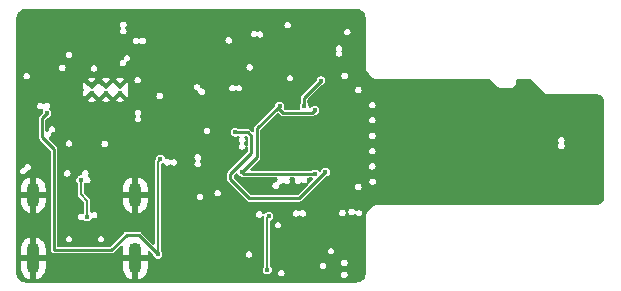
<source format=gbr>
G04 #@! TF.GenerationSoftware,KiCad,Pcbnew,5.99.0-unknown-r23941-4f651901*
G04 #@! TF.CreationDate,2020-11-30T00:39:05+01:00*
G04 #@! TF.ProjectId,sdrewire,73647265-7769-4726-952e-6b696361645f,rev?*
G04 #@! TF.SameCoordinates,PX70d1d60PY66b5f20*
G04 #@! TF.FileFunction,Copper,L3,Inr*
G04 #@! TF.FilePolarity,Positive*
%FSLAX46Y46*%
G04 Gerber Fmt 4.6, Leading zero omitted, Abs format (unit mm)*
G04 Created by KiCad (PCBNEW 5.99.0-unknown-r23941-4f651901) date 2020-11-30 00:39:05*
%MOMM*%
%LPD*%
G01*
G04 APERTURE LIST*
G04 #@! TA.AperFunction,ComponentPad*
%ADD10C,0.400000*%
G04 #@! TD*
G04 #@! TA.AperFunction,ComponentPad*
%ADD11O,1.100000X2.600000*%
G04 #@! TD*
G04 #@! TA.AperFunction,ComponentPad*
%ADD12O,1.100000X2.100000*%
G04 #@! TD*
G04 #@! TA.AperFunction,ViaPad*
%ADD13C,0.450000*%
G04 #@! TD*
G04 #@! TA.AperFunction,Conductor*
%ADD14C,0.200000*%
G04 #@! TD*
G04 #@! TA.AperFunction,Conductor*
%ADD15C,0.250000*%
G04 #@! TD*
G04 APERTURE END LIST*
D10*
G04 #@! TO.N,GND*
G04 #@! TO.C,U2*
X8980000Y16840000D03*
X6580000Y16840000D03*
X8980000Y16240000D03*
X7780000Y16240000D03*
X7780000Y16840000D03*
X6580000Y16240000D03*
G04 #@! TD*
D11*
G04 #@! TO.N,GND*
G04 #@! TO.C,J1*
X10270000Y2260000D03*
X1630000Y2260000D03*
D12*
X1630000Y7620000D03*
X10270000Y7620000D03*
G04 #@! TD*
D13*
G04 #@! TO.N,+5V*
X21570000Y5830000D03*
X21460000Y1290000D03*
G04 #@! TO.N,+3V3*
X2800000Y14530000D03*
X12410000Y10670000D03*
X12190000Y2610000D03*
G04 #@! TO.N,Net-(C47-Pad2)*
X25480000Y14800000D03*
X19325450Y9547081D03*
X22490000Y15160000D03*
X25510000Y9400000D03*
G04 #@! TO.N,Net-(C52-Pad2)*
X18730928Y12928732D03*
X26375000Y9567500D03*
G04 #@! TO.N,/UFP_USB2_D+*
X5675000Y8901419D03*
X6225000Y5780000D03*
G04 #@! TO.N,/SD/GL_V_{DD}*
X24570000Y15150000D03*
X26000000Y17300000D03*
G04 #@! TD*
D14*
G04 #@! TO.N,+5V*
X21460000Y1290000D02*
X21460000Y5720000D01*
X21460000Y5720000D02*
X21570000Y5830000D01*
D15*
G04 #@! TO.N,+3V3*
X8260001Y2950001D02*
X9560000Y4250000D01*
X10550000Y4250000D02*
X12190000Y2610000D01*
X2389999Y12503999D02*
X3400001Y11493997D01*
X3400001Y2950001D02*
X8260001Y2950001D01*
D14*
X12190000Y2610000D02*
X12190000Y10450000D01*
X12190000Y10450000D02*
X12410000Y10670000D01*
D15*
X3400001Y11493997D02*
X3400001Y2950001D01*
X9560000Y4250000D02*
X10550000Y4250000D01*
X2389999Y14119999D02*
X2389999Y12503999D01*
X2800000Y14530000D02*
X2389999Y14119999D01*
G04 #@! TO.N,Net-(C47-Pad2)*
X20590000Y10811631D02*
X20590000Y13260000D01*
X25255001Y14575001D02*
X22774999Y14575001D01*
X19325450Y9547081D02*
X20590000Y10811631D01*
X25480000Y14800000D02*
X25255001Y14575001D01*
X20590000Y13260000D02*
X22340000Y15010000D01*
X19472531Y9400000D02*
X19325450Y9547081D01*
X22774999Y14575001D02*
X22340000Y15010000D01*
X25510000Y9400000D02*
X19472531Y9400000D01*
X22340000Y15010000D02*
X22490000Y15160000D01*
G04 #@! TO.N,Net-(C52-Pad2)*
X26375000Y9567500D02*
X24147499Y7339999D01*
X19328732Y12928732D02*
X18730928Y12928732D01*
X20110000Y12620000D02*
X19800000Y12930000D01*
X19800000Y12930000D02*
X19330000Y12930000D01*
X20110000Y11180000D02*
X20110000Y12620000D01*
X18329999Y8943999D02*
X18329999Y9399999D01*
X19933999Y7339999D02*
X18329999Y8943999D01*
X24147499Y7339999D02*
X19933999Y7339999D01*
X18329999Y9399999D02*
X20110000Y11180000D01*
X19330000Y12930000D02*
X19328732Y12928732D01*
D14*
G04 #@! TO.N,/UFP_USB2_D+*
X6225000Y7115000D02*
X5675000Y7665000D01*
X5675000Y7665000D02*
X5675000Y8901419D01*
X6225000Y5780000D02*
X6225000Y7115000D01*
D15*
G04 #@! TO.N,/SD/GL_V_{DD}*
X24570000Y15870000D02*
X26000000Y17300000D01*
X24570000Y15150000D02*
X24570000Y15870000D01*
G04 #@! TD*
G04 #@! TA.AperFunction,Conductor*
G04 #@! TO.N,GND*
G36*
X28958981Y23402606D02*
G01*
X28959078Y23403313D01*
X28966138Y23402342D01*
X28973042Y23400581D01*
X28980160Y23400412D01*
X28980163Y23400412D01*
X29049980Y23398759D01*
X29059348Y23398187D01*
X29085156Y23395645D01*
X29097387Y23393831D01*
X29211908Y23371051D01*
X29223895Y23368048D01*
X29235212Y23364616D01*
X29237760Y23363843D01*
X29237763Y23363842D01*
X29249404Y23359677D01*
X29357273Y23314996D01*
X29368450Y23309710D01*
X29381245Y23302871D01*
X29391840Y23296521D01*
X29488927Y23231649D01*
X29498847Y23224292D01*
X29510070Y23215082D01*
X29519232Y23206778D01*
X29601783Y23124226D01*
X29610079Y23115073D01*
X29619302Y23103835D01*
X29626642Y23093939D01*
X29691525Y22996834D01*
X29697867Y22986254D01*
X29704711Y22973450D01*
X29709994Y22962278D01*
X29754674Y22854413D01*
X29758839Y22842771D01*
X29760994Y22835670D01*
X29763053Y22828879D01*
X29766055Y22816894D01*
X29787815Y22707503D01*
X29788830Y22702398D01*
X29790644Y22690166D01*
X29793188Y22664337D01*
X29793759Y22654980D01*
X29795577Y22578234D01*
X29797312Y22571380D01*
X29798270Y22564372D01*
X29797605Y22564281D01*
X29800000Y22545062D01*
X29800000Y18661685D01*
X29797429Y18636362D01*
X29794534Y18622251D01*
X29795184Y18594808D01*
X29797290Y18505856D01*
X29797270Y18499145D01*
X29797164Y18495556D01*
X29796953Y18488431D01*
X29797805Y18484147D01*
X29797904Y18479972D01*
X29799639Y18473120D01*
X29800520Y18469640D01*
X29801952Y18463302D01*
X29824057Y18352171D01*
X29840353Y18270246D01*
X29841019Y18266615D01*
X29842811Y18255968D01*
X29843546Y18254194D01*
X29843883Y18252499D01*
X29846011Y18247743D01*
X29848098Y18243077D01*
X29849490Y18239844D01*
X29888983Y18144500D01*
X29921118Y18066921D01*
X29927943Y18050443D01*
X29929313Y18046992D01*
X29933139Y18036919D01*
X29934206Y18035322D01*
X29934868Y18033724D01*
X29937878Y18029481D01*
X29940830Y18025320D01*
X29942815Y18022438D01*
X30041668Y17874492D01*
X30056737Y17851940D01*
X30058756Y17848819D01*
X30064466Y17839698D01*
X30065823Y17838341D01*
X30066783Y17836904D01*
X30070566Y17833327D01*
X30074273Y17829821D01*
X30076796Y17827368D01*
X30221784Y17682379D01*
X30224387Y17679697D01*
X30228057Y17675802D01*
X30228059Y17675800D01*
X30231744Y17671890D01*
X30233338Y17670825D01*
X30234561Y17669602D01*
X30243326Y17664092D01*
X30246237Y17662205D01*
X30416737Y17548281D01*
X30419809Y17546162D01*
X30428547Y17539941D01*
X30430317Y17539208D01*
X30431758Y17538245D01*
X30441414Y17534558D01*
X30444678Y17533259D01*
X30634084Y17454802D01*
X30637507Y17453325D01*
X30642404Y17451125D01*
X30647311Y17448920D01*
X30649192Y17448546D01*
X30650790Y17447884D01*
X30660956Y17446156D01*
X30664408Y17445519D01*
X30857845Y17407042D01*
X30864404Y17405554D01*
X30867868Y17404670D01*
X30867875Y17404669D01*
X30874780Y17402908D01*
X30879147Y17402805D01*
X30883242Y17401990D01*
X30890310Y17402187D01*
X30890313Y17402187D01*
X30893893Y17402287D01*
X30900388Y17402301D01*
X31009990Y17399706D01*
X31009993Y17399706D01*
X31017059Y17399539D01*
X31031497Y17402475D01*
X31056595Y17405000D01*
X40267686Y17405000D01*
X40335807Y17384998D01*
X40355500Y17369359D01*
X40390332Y17335508D01*
X40945286Y16796186D01*
X40945399Y16796062D01*
X40949565Y16787384D01*
X40960650Y16778520D01*
X40960650Y16778519D01*
X40971788Y16769612D01*
X40980906Y16761569D01*
X40981257Y16761228D01*
X40981261Y16761225D01*
X40986332Y16756297D01*
X40992374Y16752619D01*
X40997382Y16748740D01*
X41001444Y16745896D01*
X41020778Y16730435D01*
X41033007Y16727623D01*
X41033622Y16727288D01*
X41034296Y16727098D01*
X41045015Y16720573D01*
X41069643Y16718145D01*
X41074893Y16717286D01*
X41080949Y16716598D01*
X41087899Y16715000D01*
X41095334Y16715000D01*
X41107698Y16714392D01*
X41121639Y16713017D01*
X41121640Y16713017D01*
X41135759Y16711625D01*
X41144946Y16714982D01*
X41145239Y16715000D01*
X42053971Y16715000D01*
X42077233Y16712834D01*
X42089171Y16710591D01*
X42089176Y16710591D01*
X42096174Y16709276D01*
X42103289Y16709563D01*
X42103290Y16709563D01*
X42114627Y16710021D01*
X42123284Y16710370D01*
X42128641Y16710358D01*
X42141328Y16706857D01*
X42155290Y16709388D01*
X42155292Y16709388D01*
X42162792Y16710748D01*
X42166899Y16711201D01*
X42166878Y16711338D01*
X42173859Y16712410D01*
X42180929Y16712696D01*
X42187753Y16714545D01*
X42187759Y16714546D01*
X42190684Y16715339D01*
X42201154Y16717703D01*
X42211283Y16719539D01*
X42217833Y16722350D01*
X42224660Y16724405D01*
X42224704Y16724258D01*
X42228596Y16725613D01*
X42235694Y16727536D01*
X42235695Y16727537D01*
X42249385Y16731246D01*
X42259438Y16739942D01*
X42264605Y16742420D01*
X42266203Y16743106D01*
X42272582Y16744876D01*
X42272401Y16745356D01*
X42285678Y16750359D01*
X42299735Y16752285D01*
X42311566Y16760116D01*
X42311569Y16760117D01*
X42321559Y16766729D01*
X42322270Y16767166D01*
X42326661Y16769050D01*
X42332374Y16773212D01*
X42332377Y16773214D01*
X42340223Y16778930D01*
X42344873Y16782161D01*
X42348053Y16784266D01*
X42359021Y16791525D01*
X42362320Y16794996D01*
X42362954Y16795491D01*
X42383986Y16810814D01*
X42390697Y16823317D01*
X42399295Y16833181D01*
X42406948Y16841217D01*
X42415239Y16849189D01*
X42427396Y16856501D01*
X42435180Y16868362D01*
X42435182Y16868364D01*
X42441750Y16878373D01*
X42442233Y16879058D01*
X42445527Y16882523D01*
X42454096Y16896955D01*
X42457094Y16901756D01*
X42462496Y16909988D01*
X42466403Y16915941D01*
X42468064Y16920425D01*
X42468460Y16921147D01*
X42471044Y16925499D01*
X42481737Y16943508D01*
X42482973Y16957641D01*
X42487324Y16971151D01*
X42487747Y16971015D01*
X42489202Y16977492D01*
X42489969Y16979562D01*
X42492048Y16984516D01*
X42500158Y16994874D01*
X42503426Y17009782D01*
X42504828Y17016181D01*
X42505990Y17020147D01*
X42505858Y17020180D01*
X42507557Y17027046D01*
X42510013Y17033676D01*
X42511327Y17043693D01*
X42513179Y17054287D01*
X42515379Y17064322D01*
X42515305Y17071456D01*
X42516036Y17078541D01*
X42516187Y17078525D01*
X42516436Y17082636D01*
X42517393Y17089931D01*
X42519239Y17103998D01*
X42515082Y17116623D01*
X42514783Y17122366D01*
X42514581Y17142064D01*
X42514581Y17142067D01*
X42514508Y17149142D01*
X42512864Y17156022D01*
X42512000Y17163045D01*
X42512329Y17163086D01*
X42510000Y17182854D01*
X42510000Y17299000D01*
X42530002Y17367121D01*
X42583658Y17413614D01*
X42636000Y17425000D01*
X43674968Y17425000D01*
X43743089Y17404998D01*
X43764063Y17388095D01*
X44341343Y16810814D01*
X44913962Y16238195D01*
X44914853Y16237197D01*
X44919565Y16227384D01*
X44930645Y16218523D01*
X44930647Y16218521D01*
X44940113Y16210951D01*
X44947515Y16204327D01*
X44949071Y16203086D01*
X44954077Y16198080D01*
X44960067Y16194315D01*
X44962046Y16192737D01*
X44969623Y16187353D01*
X44979696Y16179297D01*
X44979697Y16179296D01*
X44990778Y16170435D01*
X45002264Y16167794D01*
X45012244Y16161521D01*
X45026342Y16159927D01*
X45026343Y16159927D01*
X45039163Y16158478D01*
X45048597Y16156866D01*
X45050945Y16156599D01*
X45057899Y16155000D01*
X45065027Y16155000D01*
X45067202Y16154753D01*
X45076977Y16154203D01*
X45102851Y16151278D01*
X45113269Y16154916D01*
X45114771Y16155000D01*
X49339476Y16155000D01*
X49358011Y16152631D01*
X49358136Y16153507D01*
X49365190Y16152503D01*
X49372092Y16150709D01*
X49416224Y16149459D01*
X49439963Y16148786D01*
X49450499Y16148045D01*
X49455985Y16147427D01*
X49470463Y16145796D01*
X49484378Y16143432D01*
X49579300Y16121766D01*
X49592844Y16117863D01*
X49600175Y16115298D01*
X49613194Y16109905D01*
X49700914Y16067662D01*
X49713261Y16060838D01*
X49719835Y16056707D01*
X49731341Y16048542D01*
X49807446Y15987850D01*
X49817981Y15978434D01*
X49823434Y15972981D01*
X49832850Y15962446D01*
X49893536Y15886348D01*
X49901707Y15874832D01*
X49905834Y15868265D01*
X49912674Y15855890D01*
X49954896Y15768214D01*
X49960306Y15755153D01*
X49962862Y15747847D01*
X49966770Y15734279D01*
X49988429Y15639392D01*
X49990796Y15625463D01*
X49992242Y15612625D01*
X49993045Y15605500D01*
X49993786Y15594965D01*
X49995503Y15534359D01*
X49995504Y15534354D01*
X49995704Y15527284D01*
X49997472Y15520436D01*
X49998462Y15513431D01*
X49997630Y15513313D01*
X50000000Y15494639D01*
X50000000Y7465524D01*
X49997631Y7446989D01*
X49998507Y7446864D01*
X49997503Y7439810D01*
X49995709Y7432908D01*
X49995507Y7425778D01*
X49993786Y7365037D01*
X49993046Y7354506D01*
X49992300Y7347885D01*
X49990796Y7334538D01*
X49988429Y7320609D01*
X49966774Y7225733D01*
X49962863Y7212157D01*
X49960301Y7204835D01*
X49954897Y7191787D01*
X49912665Y7104092D01*
X49905837Y7091738D01*
X49903328Y7087745D01*
X49901713Y7085175D01*
X49893541Y7073659D01*
X49832854Y6997559D01*
X49823438Y6987023D01*
X49817980Y6981565D01*
X49807445Y6972149D01*
X49731346Y6911462D01*
X49719830Y6903291D01*
X49713271Y6899169D01*
X49700902Y6892333D01*
X49613208Y6850101D01*
X49600155Y6844695D01*
X49592846Y6842138D01*
X49579279Y6838230D01*
X49484392Y6816571D01*
X49470463Y6814204D01*
X49452458Y6812176D01*
X49450500Y6811955D01*
X49439965Y6811214D01*
X49379359Y6809497D01*
X49379354Y6809496D01*
X49372284Y6809296D01*
X49365436Y6807528D01*
X49358431Y6806538D01*
X49358313Y6807370D01*
X49339639Y6805000D01*
X31056685Y6805000D01*
X31031362Y6807571D01*
X31024231Y6809034D01*
X31017251Y6810466D01*
X30962989Y6809181D01*
X30900855Y6807710D01*
X30894144Y6807730D01*
X30890554Y6807836D01*
X30890552Y6807836D01*
X30883430Y6808047D01*
X30879146Y6807195D01*
X30874972Y6807096D01*
X30864614Y6804474D01*
X30858315Y6803051D01*
X30665241Y6764646D01*
X30661636Y6763984D01*
X30650967Y6762189D01*
X30649192Y6761454D01*
X30647499Y6761117D01*
X30642758Y6758996D01*
X30642757Y6758996D01*
X30638095Y6756911D01*
X30634866Y6755520D01*
X30445455Y6677063D01*
X30441982Y6675685D01*
X30436968Y6673780D01*
X30436964Y6673778D01*
X30431918Y6671861D01*
X30430322Y6670794D01*
X30428725Y6670133D01*
X30424462Y6667109D01*
X30424460Y6667108D01*
X30420313Y6664166D01*
X30417413Y6662169D01*
X30246967Y6548281D01*
X30243824Y6546248D01*
X30234697Y6540534D01*
X30233339Y6539176D01*
X30231904Y6538217D01*
X30224804Y6530709D01*
X30222386Y6528223D01*
X30077398Y6383233D01*
X30074716Y6380630D01*
X30070805Y6376945D01*
X30070803Y6376943D01*
X30066890Y6373255D01*
X30065823Y6371658D01*
X30064602Y6370437D01*
X30061832Y6366030D01*
X30059121Y6361717D01*
X30057214Y6358775D01*
X29969132Y6226950D01*
X29943301Y6188291D01*
X29941178Y6185213D01*
X29938066Y6180843D01*
X29938064Y6180840D01*
X29934941Y6176453D01*
X29934207Y6174680D01*
X29933245Y6173241D01*
X29931383Y6168364D01*
X29931382Y6168363D01*
X29929561Y6163594D01*
X29928262Y6160329D01*
X29856456Y5986974D01*
X29849814Y5970940D01*
X29848334Y5967512D01*
X29843920Y5957689D01*
X29843545Y5955806D01*
X29842884Y5954209D01*
X29842015Y5949098D01*
X29841152Y5944022D01*
X29840517Y5940579D01*
X29812740Y5800935D01*
X29802042Y5747153D01*
X29800557Y5740606D01*
X29797908Y5730220D01*
X29797805Y5725852D01*
X29796990Y5721757D01*
X29797187Y5714689D01*
X29797187Y5714686D01*
X29797287Y5711107D01*
X29797301Y5704612D01*
X29794871Y5601953D01*
X29794539Y5587941D01*
X29795948Y5581013D01*
X29795948Y5581010D01*
X29797473Y5573512D01*
X29800000Y5548405D01*
X29800000Y1065098D01*
X29797606Y1046019D01*
X29798313Y1045922D01*
X29797342Y1038862D01*
X29795581Y1031958D01*
X29795412Y1024840D01*
X29795412Y1024837D01*
X29793759Y955020D01*
X29793187Y945652D01*
X29790645Y919844D01*
X29788831Y907614D01*
X29766053Y793098D01*
X29763052Y781116D01*
X29758839Y767226D01*
X29754675Y755592D01*
X29737050Y713041D01*
X29709994Y647724D01*
X29704710Y636550D01*
X29697874Y623760D01*
X29691520Y613158D01*
X29626639Y516058D01*
X29619299Y506161D01*
X29610073Y494920D01*
X29601787Y485778D01*
X29519247Y403236D01*
X29510088Y394934D01*
X29498848Y385709D01*
X29488912Y378340D01*
X29391844Y313482D01*
X29381241Y307127D01*
X29368458Y300294D01*
X29357278Y295006D01*
X29249409Y250325D01*
X29237772Y246161D01*
X29223884Y241948D01*
X29211902Y238947D01*
X29097397Y216170D01*
X29085166Y214356D01*
X29059337Y211812D01*
X29049977Y211240D01*
X28973234Y209423D01*
X28966380Y207688D01*
X28959372Y206730D01*
X28959281Y207395D01*
X28940062Y205000D01*
X1060098Y205000D01*
X1041019Y207394D01*
X1040922Y206687D01*
X1033862Y207658D01*
X1026958Y209419D01*
X1019840Y209588D01*
X1019837Y209588D01*
X950020Y211241D01*
X940652Y211813D01*
X914844Y214355D01*
X902614Y216169D01*
X832554Y230104D01*
X788091Y238949D01*
X776116Y241948D01*
X762217Y246164D01*
X750592Y250325D01*
X708041Y267950D01*
X642724Y295006D01*
X631550Y300290D01*
X618760Y307126D01*
X608158Y313480D01*
X511058Y378361D01*
X501161Y385701D01*
X489920Y394927D01*
X480778Y403213D01*
X398234Y485756D01*
X389934Y494912D01*
X380709Y506152D01*
X373340Y516088D01*
X308482Y613156D01*
X302127Y623759D01*
X295294Y636542D01*
X290006Y647722D01*
X286591Y655968D01*
X245325Y755592D01*
X241160Y767231D01*
X239395Y773050D01*
X236948Y781116D01*
X233947Y793098D01*
X211168Y907614D01*
X209356Y919834D01*
X206812Y945663D01*
X206240Y955030D01*
X206012Y964673D01*
X204423Y1031766D01*
X202688Y1038620D01*
X201730Y1045628D01*
X202395Y1045719D01*
X200000Y1064938D01*
X200000Y1992452D01*
X572000Y1992452D01*
X572000Y1462089D01*
X572300Y1455944D01*
X586644Y1309663D01*
X589028Y1297626D01*
X645428Y1110821D01*
X650103Y1099480D01*
X741708Y927196D01*
X748507Y916961D01*
X871833Y765748D01*
X880472Y757049D01*
X1030829Y632662D01*
X1041000Y625802D01*
X1212654Y532989D01*
X1223959Y528237D01*
X1358692Y486531D01*
X1372795Y486325D01*
X1376000Y493080D01*
X1376000Y1987885D01*
X1374659Y1992452D01*
X1884000Y1992452D01*
X1884000Y500077D01*
X1887973Y486546D01*
X1895768Y485426D01*
X2022298Y522665D01*
X2033666Y527258D01*
X2206601Y617666D01*
X2216863Y624382D01*
X2368937Y746653D01*
X2377703Y755237D01*
X2503138Y904723D01*
X2510064Y914838D01*
X2604075Y1085845D01*
X2608903Y1097109D01*
X2667909Y1283120D01*
X2670457Y1295109D01*
X2687607Y1448008D01*
X2688000Y1455032D01*
X2688000Y1987885D01*
X2686659Y1992452D01*
X9212000Y1992452D01*
X9212000Y1462089D01*
X9212300Y1455944D01*
X9226644Y1309663D01*
X9229028Y1297626D01*
X9285428Y1110821D01*
X9290103Y1099480D01*
X9381708Y927196D01*
X9388507Y916961D01*
X9511833Y765748D01*
X9520472Y757049D01*
X9670829Y632662D01*
X9681000Y625802D01*
X9852654Y532989D01*
X9863959Y528237D01*
X9998692Y486531D01*
X10012795Y486325D01*
X10016000Y493080D01*
X10016000Y1987885D01*
X10014659Y1992452D01*
X10524000Y1992452D01*
X10524000Y500077D01*
X10527973Y486546D01*
X10535768Y485426D01*
X10662298Y522665D01*
X10673666Y527258D01*
X10846601Y617666D01*
X10856863Y624382D01*
X11008937Y746653D01*
X11017703Y755237D01*
X11143138Y904723D01*
X11150064Y914838D01*
X11244075Y1085845D01*
X11248903Y1097109D01*
X11307909Y1283120D01*
X11310457Y1295109D01*
X11327607Y1448008D01*
X11328000Y1455032D01*
X11328000Y1987885D01*
X11323525Y2003124D01*
X11322135Y2004329D01*
X11314452Y2006000D01*
X10542115Y2006000D01*
X10526876Y2001525D01*
X10525671Y2000135D01*
X10524000Y1992452D01*
X10014659Y1992452D01*
X10011525Y2003124D01*
X10010135Y2004329D01*
X10002452Y2006000D01*
X9230115Y2006000D01*
X9214876Y2001525D01*
X9213671Y2000135D01*
X9212000Y1992452D01*
X2686659Y1992452D01*
X2683525Y2003124D01*
X2682135Y2004329D01*
X2674452Y2006000D01*
X1902115Y2006000D01*
X1886876Y2001525D01*
X1885671Y2000135D01*
X1884000Y1992452D01*
X1374659Y1992452D01*
X1371525Y2003124D01*
X1370135Y2004329D01*
X1362452Y2006000D01*
X590115Y2006000D01*
X574876Y2001525D01*
X573671Y2000135D01*
X572000Y1992452D01*
X200000Y1992452D01*
X200000Y3064967D01*
X572000Y3064967D01*
X572000Y2532115D01*
X576475Y2516876D01*
X577865Y2515671D01*
X585548Y2514000D01*
X1357885Y2514000D01*
X1373124Y2518475D01*
X1374329Y2519865D01*
X1376000Y2527548D01*
X1376000Y4019923D01*
X1373946Y4026920D01*
X1884000Y4026920D01*
X1884000Y2532115D01*
X1888475Y2516876D01*
X1889865Y2515671D01*
X1897548Y2514000D01*
X2669885Y2514000D01*
X2685124Y2518475D01*
X2686329Y2519865D01*
X2688000Y2527548D01*
X2688000Y3057911D01*
X2687700Y3064056D01*
X2673356Y3210337D01*
X2670973Y3222374D01*
X2614573Y3409179D01*
X2609898Y3420520D01*
X2518293Y3592804D01*
X2511494Y3603039D01*
X2388168Y3754252D01*
X2379529Y3762951D01*
X2229172Y3887338D01*
X2219001Y3894198D01*
X2047346Y3987011D01*
X2036041Y3991763D01*
X1901308Y4033469D01*
X1887205Y4033675D01*
X1884000Y4026920D01*
X1373946Y4026920D01*
X1372027Y4033454D01*
X1364232Y4034574D01*
X1237702Y3997335D01*
X1226334Y3992742D01*
X1053399Y3902334D01*
X1043137Y3895618D01*
X891063Y3773347D01*
X882297Y3764763D01*
X756862Y3615277D01*
X749939Y3605166D01*
X655925Y3434154D01*
X651097Y3422890D01*
X592091Y3236879D01*
X589543Y3224890D01*
X572393Y3071991D01*
X572000Y3064967D01*
X200000Y3064967D01*
X200000Y7352452D01*
X572000Y7352452D01*
X572000Y7072089D01*
X572300Y7065944D01*
X586644Y6919663D01*
X589028Y6907626D01*
X645428Y6720821D01*
X650103Y6709480D01*
X741708Y6537196D01*
X748507Y6526961D01*
X871833Y6375748D01*
X880472Y6367049D01*
X1030829Y6242662D01*
X1041000Y6235802D01*
X1212654Y6142989D01*
X1223959Y6138237D01*
X1358692Y6096531D01*
X1372795Y6096325D01*
X1376000Y6103080D01*
X1376000Y7347885D01*
X1374659Y7352452D01*
X1884000Y7352452D01*
X1884000Y6110077D01*
X1887973Y6096546D01*
X1895768Y6095426D01*
X2022298Y6132665D01*
X2033666Y6137258D01*
X2206601Y6227666D01*
X2216863Y6234382D01*
X2368937Y6356653D01*
X2377703Y6365237D01*
X2503138Y6514723D01*
X2510062Y6524834D01*
X2604075Y6695845D01*
X2608903Y6707109D01*
X2667909Y6893120D01*
X2670457Y6905109D01*
X2687607Y7058008D01*
X2688000Y7065032D01*
X2688000Y7347885D01*
X2683525Y7363124D01*
X2682135Y7364329D01*
X2674452Y7366000D01*
X1902115Y7366000D01*
X1886876Y7361525D01*
X1885671Y7360135D01*
X1884000Y7352452D01*
X1374659Y7352452D01*
X1371525Y7363124D01*
X1370135Y7364329D01*
X1362452Y7366000D01*
X590115Y7366000D01*
X574876Y7361525D01*
X573671Y7360135D01*
X572000Y7352452D01*
X200000Y7352452D01*
X200000Y8174967D01*
X572000Y8174967D01*
X572000Y7892115D01*
X576475Y7876876D01*
X577865Y7875671D01*
X585548Y7874000D01*
X1357885Y7874000D01*
X1373124Y7878475D01*
X1374329Y7879865D01*
X1376000Y7887548D01*
X1376000Y9129923D01*
X1373946Y9136920D01*
X1884000Y9136920D01*
X1884000Y7892115D01*
X1888475Y7876876D01*
X1889865Y7875671D01*
X1897548Y7874000D01*
X2669885Y7874000D01*
X2685124Y7878475D01*
X2686329Y7879865D01*
X2688000Y7887548D01*
X2688000Y8167911D01*
X2687700Y8174056D01*
X2673356Y8320337D01*
X2670973Y8332374D01*
X2614573Y8519179D01*
X2609898Y8530520D01*
X2518293Y8702804D01*
X2511494Y8713039D01*
X2388168Y8864252D01*
X2379529Y8872951D01*
X2229172Y8997338D01*
X2219001Y9004198D01*
X2047346Y9097011D01*
X2036041Y9101763D01*
X1901308Y9143469D01*
X1887205Y9143675D01*
X1884000Y9136920D01*
X1373946Y9136920D01*
X1372027Y9143454D01*
X1364232Y9144574D01*
X1237702Y9107335D01*
X1226334Y9102742D01*
X1053399Y9012334D01*
X1043137Y9005618D01*
X891063Y8883347D01*
X882297Y8874763D01*
X756862Y8725277D01*
X749939Y8715166D01*
X655925Y8544154D01*
X651097Y8532890D01*
X592091Y8346879D01*
X589543Y8334890D01*
X572393Y8181991D01*
X572000Y8174967D01*
X200000Y8174967D01*
X200000Y9660000D01*
X524500Y9660000D01*
X545471Y9554571D01*
X552366Y9544252D01*
X590248Y9487558D01*
X605192Y9465192D01*
X615508Y9458299D01*
X627533Y9450264D01*
X694571Y9405471D01*
X800000Y9384500D01*
X905429Y9405471D01*
X972467Y9450264D01*
X984492Y9458299D01*
X994808Y9465192D01*
X1009753Y9487558D01*
X1047634Y9544252D01*
X1054529Y9554571D01*
X1064607Y9605235D01*
X1068953Y9627084D01*
X1101861Y9689994D01*
X1167950Y9726081D01*
X1242831Y9740976D01*
X1265429Y9745471D01*
X1354808Y9805192D01*
X1414529Y9894571D01*
X1435500Y10000000D01*
X1414529Y10105429D01*
X1354808Y10194808D01*
X1265429Y10254529D01*
X1160000Y10275500D01*
X1054571Y10254529D01*
X965192Y10194808D01*
X905471Y10105429D01*
X903050Y10093257D01*
X891047Y10032916D01*
X858139Y9970006D01*
X792050Y9933919D01*
X754291Y9926408D01*
X694571Y9914529D01*
X605192Y9854808D01*
X545471Y9765429D01*
X524500Y9660000D01*
X200000Y9660000D01*
X200000Y15160000D01*
X1954500Y15160000D01*
X1975471Y15054571D01*
X2035192Y14965192D01*
X2124571Y14905471D01*
X2230000Y14884500D01*
X2242171Y14886921D01*
X2335429Y14905471D01*
X2336143Y14901882D01*
X2385524Y14907191D01*
X2449011Y14875411D01*
X2485237Y14814352D01*
X2482703Y14743401D01*
X2473566Y14722492D01*
X2473013Y14721487D01*
X2466565Y14713307D01*
X2463114Y14703480D01*
X2432805Y14617171D01*
X2425166Y14595419D01*
X2425084Y14585006D01*
X2423414Y14575435D01*
X2388386Y14508002D01*
X2221741Y14341356D01*
X2202647Y14325686D01*
X2191656Y14318342D01*
X2184763Y14308026D01*
X2137744Y14237658D01*
X2137743Y14237656D01*
X2130851Y14227341D01*
X2128431Y14215174D01*
X2128430Y14215172D01*
X2116410Y14154741D01*
X2114499Y14145135D01*
X2114499Y14145131D01*
X2109500Y14119999D01*
X2111921Y14107827D01*
X2112078Y14107038D01*
X2114499Y14082458D01*
X2114500Y12541546D01*
X2112079Y12516966D01*
X2109500Y12503999D01*
X2130851Y12396657D01*
X2144913Y12375612D01*
X2177410Y12326976D01*
X2177420Y12326962D01*
X2184763Y12315973D01*
X2191657Y12305656D01*
X2201973Y12298763D01*
X2202645Y12298314D01*
X2221739Y12282644D01*
X3087597Y11416785D01*
X3121622Y11354473D01*
X3124501Y11327690D01*
X3124502Y2987553D01*
X3122081Y2962972D01*
X3119501Y2950001D01*
X3140853Y2842658D01*
X3201658Y2751658D01*
X3211974Y2744765D01*
X3270726Y2705508D01*
X3292658Y2690853D01*
X3304825Y2688433D01*
X3304827Y2688432D01*
X3330845Y2683257D01*
X3374864Y2674501D01*
X3374865Y2674501D01*
X3400001Y2669501D01*
X3412172Y2671922D01*
X3412174Y2671922D01*
X3412968Y2672080D01*
X3437548Y2674501D01*
X8222459Y2674501D01*
X8247039Y2672080D01*
X8247828Y2671923D01*
X8247830Y2671923D01*
X8260001Y2669502D01*
X8285131Y2674501D01*
X8285138Y2674501D01*
X8285145Y2674502D01*
X8285150Y2674503D01*
X8355175Y2688432D01*
X8355177Y2688433D01*
X8367344Y2690853D01*
X8389277Y2705508D01*
X8448028Y2744765D01*
X8458344Y2751658D01*
X8465690Y2762652D01*
X8481360Y2781745D01*
X9013664Y3314049D01*
X9075976Y3348075D01*
X9146791Y3343010D01*
X9203627Y3300463D01*
X9228438Y3233943D01*
X9227974Y3210910D01*
X9212393Y3071993D01*
X9212000Y3064967D01*
X9212000Y2532115D01*
X9216475Y2516876D01*
X9217865Y2515671D01*
X9225548Y2514000D01*
X11309885Y2514000D01*
X11325124Y2518475D01*
X11326329Y2519865D01*
X11328000Y2527548D01*
X11328000Y2778194D01*
X11348002Y2846315D01*
X11401658Y2892808D01*
X11471932Y2902912D01*
X11536512Y2873418D01*
X11543084Y2867300D01*
X11778689Y2631695D01*
X11812714Y2569383D01*
X11814042Y2562310D01*
X11814267Y2560891D01*
X11814185Y2550477D01*
X11853727Y2431953D01*
X11929530Y2332627D01*
X11938188Y2326842D01*
X11938189Y2326841D01*
X12024761Y2268996D01*
X12033419Y2263211D01*
X12154192Y2231189D01*
X12278826Y2240013D01*
X12393882Y2288733D01*
X12486954Y2372095D01*
X12548005Y2481110D01*
X12549876Y2491352D01*
X12567892Y2590000D01*
X19634500Y2590000D01*
X19655471Y2484571D01*
X19715192Y2395192D01*
X19804571Y2335471D01*
X19910000Y2314500D01*
X20015429Y2335471D01*
X20104808Y2395192D01*
X20164529Y2484571D01*
X20185500Y2590000D01*
X20164529Y2695429D01*
X20104808Y2784808D01*
X20015429Y2844529D01*
X19910000Y2865500D01*
X19804571Y2844529D01*
X19715192Y2784808D01*
X19655471Y2695429D01*
X19634500Y2590000D01*
X12567892Y2590000D01*
X12569475Y2598665D01*
X12569476Y2598671D01*
X12570453Y2604023D01*
X12570500Y2610000D01*
X12549985Y2733251D01*
X12543773Y2744765D01*
X12518447Y2791701D01*
X12490654Y2843211D01*
X12480970Y2852163D01*
X12479029Y2855409D01*
X12476623Y2858510D01*
X12476999Y2858802D01*
X12444526Y2913092D01*
X12440500Y2944687D01*
X12440500Y5970000D01*
X20504500Y5970000D01*
X20525471Y5864571D01*
X20532366Y5854252D01*
X20572457Y5794252D01*
X20585192Y5775192D01*
X20595508Y5768299D01*
X20627155Y5747153D01*
X20674571Y5715471D01*
X20780000Y5694500D01*
X20885429Y5715471D01*
X20932845Y5747153D01*
X20964492Y5768299D01*
X20974808Y5775192D01*
X20981701Y5785508D01*
X20990478Y5794285D01*
X20993259Y5791504D01*
X21030644Y5822742D01*
X21101088Y5831583D01*
X21165129Y5800935D01*
X21202435Y5740530D01*
X21204917Y5722095D01*
X21204500Y5720000D01*
X21206662Y5709132D01*
X21207080Y5707030D01*
X21209501Y5682448D01*
X21209500Y1622203D01*
X21189498Y1554082D01*
X21182450Y1544197D01*
X21133013Y1481487D01*
X21133012Y1481484D01*
X21126565Y1473307D01*
X21085166Y1355419D01*
X21084185Y1230477D01*
X21123727Y1111953D01*
X21199530Y1012627D01*
X21208188Y1006842D01*
X21208189Y1006841D01*
X21285745Y955020D01*
X21303419Y943211D01*
X21424192Y911189D01*
X21548826Y920013D01*
X21663882Y968733D01*
X21722132Y1020906D01*
X21732285Y1030000D01*
X22374500Y1030000D01*
X22395471Y924571D01*
X22455192Y835192D01*
X22544571Y775471D01*
X22650000Y754500D01*
X22755429Y775471D01*
X22844808Y835192D01*
X22868065Y870000D01*
X27704500Y870000D01*
X27725471Y764571D01*
X27785192Y675192D01*
X27795508Y668299D01*
X27813963Y655968D01*
X27874571Y615471D01*
X27980000Y594500D01*
X28085429Y615471D01*
X28146037Y655968D01*
X28164492Y668299D01*
X28174808Y675192D01*
X28234529Y764571D01*
X28255500Y870000D01*
X28234529Y975429D01*
X28174808Y1064808D01*
X28085429Y1124529D01*
X27980000Y1145500D01*
X27874571Y1124529D01*
X27785192Y1064808D01*
X27725471Y975429D01*
X27704500Y870000D01*
X22868065Y870000D01*
X22904529Y924571D01*
X22925500Y1030000D01*
X22904529Y1135429D01*
X22844808Y1224808D01*
X22755429Y1284529D01*
X22650000Y1305500D01*
X22544571Y1284529D01*
X22455192Y1224808D01*
X22395471Y1135429D01*
X22374500Y1030000D01*
X21732285Y1030000D01*
X21749197Y1045147D01*
X21749198Y1045148D01*
X21756954Y1052095D01*
X21818005Y1161110D01*
X21819876Y1171352D01*
X21839475Y1278665D01*
X21839476Y1278671D01*
X21840453Y1284023D01*
X21840500Y1290000D01*
X21819985Y1413251D01*
X21760654Y1523211D01*
X21750970Y1532163D01*
X21749029Y1535409D01*
X21746623Y1538510D01*
X21746999Y1538802D01*
X21714526Y1593092D01*
X21710500Y1624687D01*
X21710500Y1640000D01*
X25894500Y1640000D01*
X25915471Y1534571D01*
X25929186Y1514045D01*
X25950941Y1481487D01*
X25975192Y1445192D01*
X26064571Y1385471D01*
X26170000Y1364500D01*
X26275429Y1385471D01*
X26364808Y1445192D01*
X26389060Y1481487D01*
X26410814Y1514045D01*
X26424529Y1534571D01*
X26445500Y1640000D01*
X26424529Y1745429D01*
X26364808Y1834808D01*
X26278857Y1892239D01*
X27712422Y1892239D01*
X27733393Y1786810D01*
X27793114Y1697431D01*
X27882493Y1637710D01*
X27987922Y1616739D01*
X28093351Y1637710D01*
X28182730Y1697431D01*
X28242451Y1786810D01*
X28263422Y1892239D01*
X28242451Y1997668D01*
X28182730Y2087047D01*
X28093351Y2146768D01*
X27987922Y2167739D01*
X27882493Y2146768D01*
X27793114Y2087047D01*
X27733393Y1997668D01*
X27712422Y1892239D01*
X26278857Y1892239D01*
X26275429Y1894529D01*
X26170000Y1915500D01*
X26064571Y1894529D01*
X25975192Y1834808D01*
X25915471Y1745429D01*
X25894500Y1640000D01*
X21710500Y1640000D01*
X21710500Y2890000D01*
X26574500Y2890000D01*
X26595471Y2784571D01*
X26655192Y2695192D01*
X26744571Y2635471D01*
X26850000Y2614500D01*
X26955429Y2635471D01*
X27044808Y2695192D01*
X27104529Y2784571D01*
X27125500Y2890000D01*
X27104529Y2995429D01*
X27044808Y3084808D01*
X26955429Y3144529D01*
X26850000Y3165500D01*
X26744571Y3144529D01*
X26655192Y3084808D01*
X26595471Y2995429D01*
X26574500Y2890000D01*
X21710500Y2890000D01*
X21710500Y5090000D01*
X22084500Y5090000D01*
X22105471Y4984571D01*
X22165192Y4895192D01*
X22254571Y4835471D01*
X22360000Y4814500D01*
X22465429Y4835471D01*
X22554808Y4895192D01*
X22614529Y4984571D01*
X22635500Y5090000D01*
X22614529Y5195429D01*
X22554808Y5284808D01*
X22465429Y5344529D01*
X22360000Y5365500D01*
X22254571Y5344529D01*
X22165192Y5284808D01*
X22105471Y5195429D01*
X22084500Y5090000D01*
X21710500Y5090000D01*
X21710500Y5401266D01*
X21730502Y5469387D01*
X21767250Y5505925D01*
X21773882Y5508733D01*
X21781639Y5515681D01*
X21781641Y5515682D01*
X21859197Y5585147D01*
X21859198Y5585148D01*
X21866954Y5592095D01*
X21928005Y5701110D01*
X21930186Y5713050D01*
X21949475Y5818665D01*
X21949476Y5818671D01*
X21950453Y5824023D01*
X21950500Y5830000D01*
X21929985Y5953251D01*
X21924959Y5962567D01*
X21897632Y6013211D01*
X21874399Y6056271D01*
X23614510Y6056271D01*
X23635481Y5950842D01*
X23642376Y5940523D01*
X23687322Y5873257D01*
X23695202Y5861463D01*
X23784581Y5801742D01*
X23890010Y5780771D01*
X23995439Y5801742D01*
X24084818Y5861463D01*
X24085057Y5861820D01*
X24140092Y5891869D01*
X24210907Y5886801D01*
X24244993Y5864894D01*
X24245192Y5865192D01*
X24334571Y5805471D01*
X24440000Y5784500D01*
X24545429Y5805471D01*
X24618911Y5854570D01*
X24624492Y5858299D01*
X24634808Y5865192D01*
X24694529Y5954571D01*
X24715500Y6060000D01*
X24705555Y6110000D01*
X27544500Y6110000D01*
X27565471Y6004571D01*
X27625192Y5915192D01*
X27714571Y5855471D01*
X27820000Y5834500D01*
X27925429Y5855471D01*
X28014808Y5915192D01*
X28074529Y6004571D01*
X28095500Y6110000D01*
X28097615Y6109579D01*
X28108381Y6146247D01*
X28090705Y6173753D01*
X28311619Y6173753D01*
X28339975Y6129630D01*
X28342658Y6118713D01*
X28345471Y6104571D01*
X28352366Y6094252D01*
X28396879Y6027634D01*
X28405192Y6015192D01*
X28494571Y5955471D01*
X28600000Y5934500D01*
X28705429Y5955471D01*
X28715747Y5962365D01*
X28715749Y5962366D01*
X28788916Y6011255D01*
X28856669Y6032470D01*
X28925136Y6013687D01*
X28963683Y5976492D01*
X29015353Y5899162D01*
X29025669Y5892269D01*
X29035906Y5885429D01*
X29104732Y5839441D01*
X29210161Y5818470D01*
X29315590Y5839441D01*
X29384416Y5885429D01*
X29394653Y5892269D01*
X29404969Y5899162D01*
X29433796Y5942304D01*
X29457795Y5978222D01*
X29464690Y5988541D01*
X29485661Y6093970D01*
X29464690Y6199399D01*
X29430159Y6251079D01*
X29411862Y6278462D01*
X29404969Y6288778D01*
X29315590Y6348499D01*
X29210161Y6369470D01*
X29104732Y6348499D01*
X29094414Y6341605D01*
X29094412Y6341604D01*
X29021245Y6292715D01*
X28953492Y6271500D01*
X28885025Y6290283D01*
X28846478Y6327478D01*
X28821722Y6364529D01*
X28794808Y6404808D01*
X28705429Y6464529D01*
X28600000Y6485500D01*
X28494571Y6464529D01*
X28405192Y6404808D01*
X28345471Y6315429D01*
X28324500Y6210000D01*
X28322385Y6210421D01*
X28311619Y6173753D01*
X28090705Y6173753D01*
X28080025Y6190370D01*
X28077342Y6201287D01*
X28076950Y6203257D01*
X28074529Y6215429D01*
X28014808Y6304808D01*
X28000260Y6314529D01*
X27935748Y6357634D01*
X27925429Y6364529D01*
X27820000Y6385500D01*
X27714571Y6364529D01*
X27704252Y6357634D01*
X27639741Y6314529D01*
X27625192Y6304808D01*
X27565471Y6215429D01*
X27544500Y6110000D01*
X24705555Y6110000D01*
X24694529Y6165429D01*
X24634808Y6254808D01*
X24624488Y6261704D01*
X24561329Y6303905D01*
X24545429Y6314529D01*
X24440000Y6335500D01*
X24334571Y6314529D01*
X24245192Y6254808D01*
X24244954Y6254452D01*
X24189929Y6224404D01*
X24119113Y6229466D01*
X24085017Y6251377D01*
X24084818Y6251079D01*
X24005758Y6303905D01*
X23995439Y6310800D01*
X23890010Y6331771D01*
X23784581Y6310800D01*
X23695202Y6251079D01*
X23635481Y6161700D01*
X23614510Y6056271D01*
X21874399Y6056271D01*
X21870654Y6063211D01*
X21861176Y6071973D01*
X21786548Y6140958D01*
X21778903Y6148025D01*
X21769381Y6152235D01*
X21769379Y6152236D01*
X21724630Y6172019D01*
X21664627Y6198546D01*
X21654253Y6199444D01*
X21654251Y6199445D01*
X21585933Y6205361D01*
X21540146Y6209327D01*
X21418885Y6179206D01*
X21410136Y6173557D01*
X21410134Y6173556D01*
X21339426Y6127900D01*
X21313919Y6111430D01*
X21275906Y6063211D01*
X21252361Y6033344D01*
X21194480Y5992231D01*
X21123560Y5988937D01*
X21062117Y6024509D01*
X21037002Y6063131D01*
X21036950Y6063257D01*
X21034529Y6075429D01*
X21022141Y6093970D01*
X20981701Y6154492D01*
X20974808Y6164808D01*
X20960034Y6174680D01*
X20895748Y6217634D01*
X20885429Y6224529D01*
X20780000Y6245500D01*
X20674571Y6224529D01*
X20664252Y6217634D01*
X20599967Y6174680D01*
X20585192Y6164808D01*
X20525471Y6075429D01*
X20504500Y5970000D01*
X12440500Y5970000D01*
X12440500Y7480000D01*
X15464500Y7480000D01*
X15485471Y7374571D01*
X15492366Y7364252D01*
X15538194Y7295666D01*
X15545192Y7285192D01*
X15634571Y7225471D01*
X15740000Y7204500D01*
X15845429Y7225471D01*
X15934808Y7285192D01*
X15941807Y7295666D01*
X15987634Y7364252D01*
X15994529Y7374571D01*
X16015500Y7480000D01*
X15994529Y7585429D01*
X15934808Y7674808D01*
X15845429Y7734529D01*
X15740000Y7755500D01*
X15634571Y7734529D01*
X15545192Y7674808D01*
X15485471Y7585429D01*
X15464500Y7480000D01*
X12440500Y7480000D01*
X12440500Y7807157D01*
X16967343Y7807157D01*
X16988314Y7701728D01*
X17048035Y7612349D01*
X17137414Y7552628D01*
X17242843Y7531657D01*
X17348272Y7552628D01*
X17437651Y7612349D01*
X17497372Y7701728D01*
X17518343Y7807157D01*
X17497372Y7912586D01*
X17437651Y8001965D01*
X17348272Y8061686D01*
X17242843Y8082657D01*
X17137414Y8061686D01*
X17048035Y8001965D01*
X16988314Y7912586D01*
X16967343Y7807157D01*
X12440500Y7807157D01*
X12440500Y9399999D01*
X18049500Y9399999D01*
X18051921Y9387828D01*
X18051921Y9387826D01*
X18052079Y9387032D01*
X18054500Y9362452D01*
X18054499Y8981540D01*
X18052078Y8956960D01*
X18049500Y8943999D01*
X18051921Y8931828D01*
X18054499Y8918867D01*
X18054499Y8918863D01*
X18063632Y8872951D01*
X18070851Y8836657D01*
X18077743Y8826342D01*
X18077744Y8826340D01*
X18117280Y8767171D01*
X18131656Y8745656D01*
X18141972Y8738763D01*
X18142650Y8738310D01*
X18161743Y8722640D01*
X19712642Y7171740D01*
X19728310Y7152650D01*
X19735656Y7141656D01*
X19756963Y7127419D01*
X19756965Y7127417D01*
X19808064Y7093274D01*
X19826656Y7080851D01*
X19908862Y7064499D01*
X19908866Y7064499D01*
X19933999Y7059500D01*
X19946170Y7061921D01*
X19946172Y7061921D01*
X19946961Y7062078D01*
X19971541Y7064499D01*
X24109957Y7064499D01*
X24134537Y7062078D01*
X24135326Y7061921D01*
X24135328Y7061921D01*
X24147499Y7059500D01*
X24172629Y7064499D01*
X24172636Y7064499D01*
X24172643Y7064500D01*
X24172648Y7064501D01*
X24242673Y7078430D01*
X24242675Y7078431D01*
X24254842Y7080851D01*
X24345842Y7141656D01*
X24353188Y7152650D01*
X24368858Y7171743D01*
X25517115Y8320000D01*
X28884500Y8320000D01*
X28905471Y8214571D01*
X28965192Y8125192D01*
X29054571Y8065471D01*
X29160000Y8044500D01*
X29265429Y8065471D01*
X29354808Y8125192D01*
X29414529Y8214571D01*
X29435500Y8320000D01*
X29414529Y8425429D01*
X29354808Y8514808D01*
X29341155Y8523931D01*
X29284418Y8561841D01*
X29265429Y8574529D01*
X29160000Y8595500D01*
X29054571Y8574529D01*
X29035582Y8561841D01*
X28978846Y8523931D01*
X28965192Y8514808D01*
X28905471Y8425429D01*
X28884500Y8320000D01*
X25517115Y8320000D01*
X25952115Y8755000D01*
X30091504Y8755000D01*
X30112475Y8649571D01*
X30172196Y8560192D01*
X30182512Y8553299D01*
X30206850Y8537037D01*
X30261575Y8500471D01*
X30367004Y8479500D01*
X30472433Y8500471D01*
X30527158Y8537037D01*
X30551496Y8553299D01*
X30561812Y8560192D01*
X30621533Y8649571D01*
X30642504Y8755000D01*
X30621533Y8860429D01*
X30561812Y8949808D01*
X30536900Y8966454D01*
X30482752Y9002634D01*
X30472433Y9009529D01*
X30367004Y9030500D01*
X30261575Y9009529D01*
X30251256Y9002634D01*
X30197109Y8966454D01*
X30172196Y8949808D01*
X30112475Y8860429D01*
X30091504Y8755000D01*
X25952115Y8755000D01*
X26356089Y9158973D01*
X26418401Y9192999D01*
X26436285Y9195563D01*
X26442697Y9196017D01*
X26463826Y9197513D01*
X26578882Y9246233D01*
X26671954Y9329595D01*
X26733005Y9438610D01*
X26734876Y9448852D01*
X26754475Y9556165D01*
X26754476Y9556171D01*
X26755453Y9561523D01*
X26755500Y9567500D01*
X26734985Y9690751D01*
X26675654Y9800711D01*
X26583903Y9885525D01*
X26574381Y9889735D01*
X26574379Y9889736D01*
X26507693Y9919217D01*
X26469627Y9936046D01*
X26459253Y9936944D01*
X26459251Y9936945D01*
X26390933Y9942861D01*
X26345146Y9946827D01*
X26223885Y9916706D01*
X26215136Y9911057D01*
X26215134Y9911056D01*
X26128022Y9854808D01*
X26118919Y9848930D01*
X26112473Y9840753D01*
X26048013Y9758987D01*
X26048012Y9758984D01*
X26041565Y9750807D01*
X26038114Y9740979D01*
X26038112Y9740976D01*
X26017153Y9681295D01*
X25975710Y9623650D01*
X25909680Y9597562D01*
X25840028Y9611313D01*
X25812028Y9634697D01*
X25810654Y9633211D01*
X25726548Y9710958D01*
X25718903Y9718025D01*
X25709381Y9722235D01*
X25709379Y9722236D01*
X25658660Y9744658D01*
X25604627Y9768546D01*
X25594253Y9769444D01*
X25594251Y9769445D01*
X25521470Y9775748D01*
X25480146Y9779327D01*
X25470037Y9776816D01*
X25454293Y9772905D01*
X25358885Y9749206D01*
X25350136Y9743557D01*
X25350134Y9743556D01*
X25310594Y9718025D01*
X25279015Y9697634D01*
X25275939Y9695648D01*
X25207591Y9675500D01*
X20147675Y9675500D01*
X20079554Y9695502D01*
X20033061Y9749158D01*
X20022957Y9819432D01*
X20052451Y9884012D01*
X20058580Y9890596D01*
X20217985Y10050001D01*
X30077229Y10050001D01*
X30098200Y9944572D01*
X30157921Y9855193D01*
X30247300Y9795472D01*
X30352729Y9774501D01*
X30458158Y9795472D01*
X30547537Y9855193D01*
X30607258Y9944572D01*
X30628229Y10050001D01*
X30607258Y10155430D01*
X30547537Y10244809D01*
X30458158Y10304530D01*
X30352729Y10325501D01*
X30247300Y10304530D01*
X30157921Y10244809D01*
X30098200Y10155430D01*
X30077229Y10050001D01*
X20217985Y10050001D01*
X20306049Y10138064D01*
X20758262Y10590277D01*
X20777355Y10605946D01*
X20778027Y10606395D01*
X20788343Y10613288D01*
X20802580Y10634595D01*
X20802584Y10634599D01*
X20842254Y10693970D01*
X20842254Y10693971D01*
X20849148Y10704288D01*
X20855340Y10735419D01*
X20858121Y10749400D01*
X20865498Y10786482D01*
X20865499Y10786487D01*
X20865500Y10786494D01*
X20865500Y10786498D01*
X20870499Y10811631D01*
X20867921Y10824593D01*
X20865500Y10849173D01*
X20865500Y11359999D01*
X30074500Y11359999D01*
X30095471Y11254570D01*
X30155192Y11165191D01*
X30244571Y11105470D01*
X30350000Y11084499D01*
X30455429Y11105470D01*
X30544808Y11165191D01*
X30604529Y11254570D01*
X30625500Y11359999D01*
X30604529Y11465428D01*
X30544808Y11554807D01*
X30455429Y11614528D01*
X30350000Y11635499D01*
X30244571Y11614528D01*
X30155192Y11554807D01*
X30095471Y11465428D01*
X30074500Y11359999D01*
X20865500Y11359999D01*
X20865500Y12255000D01*
X46074500Y12255000D01*
X46095471Y12149571D01*
X46102366Y12139252D01*
X46128592Y12100002D01*
X46149807Y12032249D01*
X46128593Y11960000D01*
X46095471Y11910429D01*
X46074500Y11805000D01*
X46095471Y11699571D01*
X46155192Y11610192D01*
X46244571Y11550471D01*
X46350000Y11529500D01*
X46455429Y11550471D01*
X46544808Y11610192D01*
X46604529Y11699571D01*
X46625500Y11805000D01*
X46604529Y11910429D01*
X46571407Y11960000D01*
X46550193Y12027751D01*
X46571408Y12100002D01*
X46597634Y12139252D01*
X46604529Y12149571D01*
X46625500Y12255000D01*
X46604529Y12360429D01*
X46544808Y12449808D01*
X46455429Y12509529D01*
X46350000Y12530500D01*
X46244571Y12509529D01*
X46155192Y12449808D01*
X46095471Y12360429D01*
X46074500Y12255000D01*
X20865500Y12255000D01*
X20865500Y12650001D01*
X30074500Y12650001D01*
X30095471Y12544572D01*
X30155192Y12455193D01*
X30244571Y12395472D01*
X30350000Y12374501D01*
X30455429Y12395472D01*
X30544808Y12455193D01*
X30604529Y12544572D01*
X30625500Y12650001D01*
X30604529Y12755430D01*
X30544808Y12844809D01*
X30455429Y12904530D01*
X30350000Y12925501D01*
X30244571Y12904530D01*
X30155192Y12844809D01*
X30095471Y12755430D01*
X30074500Y12650001D01*
X20865500Y12650001D01*
X20865500Y13093695D01*
X20885502Y13161816D01*
X20902405Y13182790D01*
X21674615Y13955000D01*
X30076147Y13955000D01*
X30097118Y13849571D01*
X30156839Y13760192D01*
X30246218Y13700471D01*
X30351647Y13679500D01*
X30457076Y13700471D01*
X30546455Y13760192D01*
X30606176Y13849571D01*
X30627147Y13955000D01*
X30606176Y14060429D01*
X30546455Y14149808D01*
X30534101Y14158063D01*
X30467395Y14202634D01*
X30457076Y14209529D01*
X30351647Y14230500D01*
X30246218Y14209529D01*
X30235899Y14202634D01*
X30169194Y14158063D01*
X30156839Y14149808D01*
X30097118Y14060429D01*
X30076147Y13955000D01*
X21674615Y13955000D01*
X22250905Y14531289D01*
X22313217Y14565315D01*
X22384033Y14560250D01*
X22429095Y14531289D01*
X22553642Y14406742D01*
X22569312Y14387649D01*
X22576656Y14376658D01*
X22586972Y14369765D01*
X22586973Y14369764D01*
X22597959Y14362423D01*
X22597965Y14362419D01*
X22612113Y14352966D01*
X22612114Y14352964D01*
X22657336Y14322748D01*
X22657339Y14322747D01*
X22667656Y14315853D01*
X22679823Y14313433D01*
X22679825Y14313432D01*
X22741416Y14301181D01*
X22749862Y14299501D01*
X22749865Y14299501D01*
X22749872Y14299500D01*
X22774998Y14294502D01*
X22787958Y14297080D01*
X22812540Y14299501D01*
X25217459Y14299501D01*
X25242039Y14297080D01*
X25242828Y14296923D01*
X25242830Y14296923D01*
X25255001Y14294502D01*
X25280131Y14299501D01*
X25280138Y14299501D01*
X25280145Y14299502D01*
X25280150Y14299503D01*
X25350175Y14313432D01*
X25350177Y14313433D01*
X25362344Y14315853D01*
X25453344Y14376658D01*
X25460237Y14386974D01*
X25465014Y14391751D01*
X25527326Y14425777D01*
X25545210Y14428341D01*
X25548581Y14428580D01*
X25568826Y14430013D01*
X25683882Y14478733D01*
X25776954Y14562095D01*
X25838005Y14671110D01*
X25847071Y14720748D01*
X25859475Y14788665D01*
X25859476Y14788671D01*
X25860453Y14794023D01*
X25860500Y14800000D01*
X25839985Y14923251D01*
X25830037Y14941689D01*
X25821074Y14958299D01*
X25780654Y15033211D01*
X25740307Y15070508D01*
X25696548Y15110958D01*
X25688903Y15118025D01*
X25679381Y15122235D01*
X25679379Y15122236D01*
X25623338Y15147011D01*
X25574627Y15168546D01*
X25564253Y15169444D01*
X25564251Y15169445D01*
X25495933Y15175361D01*
X25450146Y15179327D01*
X25328885Y15149206D01*
X25320136Y15143557D01*
X25320134Y15143556D01*
X25268263Y15110063D01*
X25223919Y15081430D01*
X25191479Y15040280D01*
X25167151Y15009420D01*
X25109270Y14968307D01*
X25038350Y14965013D01*
X24976907Y15000585D01*
X24944450Y15063727D01*
X24944251Y15110063D01*
X24949474Y15138665D01*
X24950453Y15144023D01*
X24950500Y15150000D01*
X24933023Y15255000D01*
X30076147Y15255000D01*
X30078568Y15242829D01*
X30093344Y15168546D01*
X30097118Y15149571D01*
X30104013Y15139252D01*
X30143206Y15080596D01*
X30156839Y15060192D01*
X30246218Y15000471D01*
X30351647Y14979500D01*
X30457076Y15000471D01*
X30546455Y15060192D01*
X30560089Y15080596D01*
X30599281Y15139252D01*
X30606176Y15149571D01*
X30609951Y15168546D01*
X30624726Y15242829D01*
X30627147Y15255000D01*
X30606176Y15360429D01*
X30556015Y15435500D01*
X30553348Y15439492D01*
X30546455Y15449808D01*
X30457076Y15509529D01*
X30351647Y15530500D01*
X30246218Y15509529D01*
X30156839Y15449808D01*
X30149946Y15439492D01*
X30147279Y15435500D01*
X30097118Y15360429D01*
X30076147Y15255000D01*
X24933023Y15255000D01*
X24929985Y15273251D01*
X24924590Y15283251D01*
X24885979Y15354808D01*
X24870654Y15383211D01*
X24869932Y15383878D01*
X24845994Y15444848D01*
X24845500Y15455989D01*
X24845500Y15703695D01*
X24865502Y15771816D01*
X24882405Y15792790D01*
X25609615Y16520000D01*
X28894500Y16520000D01*
X28915471Y16414571D01*
X28975192Y16325192D01*
X29064571Y16265471D01*
X29170000Y16244500D01*
X29275429Y16265471D01*
X29364808Y16325192D01*
X29424529Y16414571D01*
X29445500Y16520000D01*
X29424529Y16625429D01*
X29364808Y16714808D01*
X29345866Y16727465D01*
X29288482Y16765807D01*
X29275429Y16774529D01*
X29170000Y16795500D01*
X29064571Y16774529D01*
X29051518Y16765807D01*
X28994135Y16727465D01*
X28975192Y16714808D01*
X28915471Y16625429D01*
X28894500Y16520000D01*
X25609615Y16520000D01*
X25981088Y16891473D01*
X26043400Y16925499D01*
X26061284Y16928063D01*
X26067010Y16928469D01*
X26088826Y16930013D01*
X26203882Y16978733D01*
X26254863Y17024395D01*
X26289197Y17055147D01*
X26289198Y17055148D01*
X26296954Y17062095D01*
X26358005Y17171110D01*
X26360150Y17182854D01*
X26379475Y17288665D01*
X26379476Y17288671D01*
X26380453Y17294023D01*
X26380500Y17300000D01*
X26359985Y17423251D01*
X26353392Y17435471D01*
X26337204Y17465471D01*
X26300654Y17533211D01*
X26292538Y17540714D01*
X26216548Y17610958D01*
X26208903Y17618025D01*
X26199381Y17622235D01*
X26199379Y17622236D01*
X26151153Y17643556D01*
X26094627Y17668546D01*
X26084253Y17669444D01*
X26084251Y17669445D01*
X26010847Y17675802D01*
X25970146Y17679327D01*
X25848885Y17649206D01*
X25840136Y17643557D01*
X25840134Y17643556D01*
X25753527Y17587634D01*
X25743919Y17581430D01*
X25737473Y17573253D01*
X25673013Y17491487D01*
X25673012Y17491484D01*
X25666565Y17483307D01*
X25663114Y17473480D01*
X25632042Y17384998D01*
X25625166Y17365419D01*
X25625084Y17355005D01*
X25623414Y17345434D01*
X25588385Y17278001D01*
X24401742Y16091357D01*
X24382649Y16075687D01*
X24371658Y16068343D01*
X24364765Y16058027D01*
X24364764Y16058026D01*
X24357421Y16047037D01*
X24357418Y16047033D01*
X24310852Y15977342D01*
X24289501Y15870000D01*
X24291922Y15857829D01*
X24291922Y15857827D01*
X24292080Y15857033D01*
X24294501Y15832453D01*
X24294500Y15450490D01*
X24274498Y15382369D01*
X24267450Y15372485D01*
X24243013Y15341487D01*
X24243012Y15341485D01*
X24236565Y15333307D01*
X24195166Y15215419D01*
X24195084Y15205006D01*
X24195084Y15205005D01*
X24194863Y15176816D01*
X24194185Y15090477D01*
X24197481Y15080599D01*
X24197481Y15080596D01*
X24218906Y15016376D01*
X24221490Y14945427D01*
X24185306Y14884343D01*
X24121841Y14852519D01*
X24099382Y14850501D01*
X22960445Y14850501D01*
X22892324Y14870503D01*
X22845831Y14924159D01*
X22835727Y14994433D01*
X22841893Y15019180D01*
X22842917Y15022025D01*
X22848005Y15031110D01*
X22855702Y15073253D01*
X22869475Y15148665D01*
X22869476Y15148671D01*
X22870453Y15154023D01*
X22870500Y15160000D01*
X22849985Y15283251D01*
X22790654Y15393211D01*
X22767593Y15414529D01*
X22706548Y15470958D01*
X22698903Y15478025D01*
X22689381Y15482235D01*
X22689379Y15482236D01*
X22628373Y15509206D01*
X22584627Y15528546D01*
X22574253Y15529444D01*
X22574251Y15529445D01*
X22504045Y15535525D01*
X22460146Y15539327D01*
X22338885Y15509206D01*
X22330136Y15503557D01*
X22330134Y15503556D01*
X22257569Y15456701D01*
X22233919Y15441430D01*
X22227473Y15433253D01*
X22163013Y15351487D01*
X22163012Y15351484D01*
X22156565Y15343307D01*
X22153114Y15333480D01*
X22139864Y15295748D01*
X22115166Y15225419D01*
X22115084Y15215005D01*
X22113414Y15205434D01*
X22078385Y15138001D01*
X20421742Y13481357D01*
X20402649Y13465687D01*
X20391658Y13458343D01*
X20384765Y13448027D01*
X20384764Y13448026D01*
X20377421Y13437037D01*
X20377418Y13437033D01*
X20330852Y13367342D01*
X20309501Y13260000D01*
X20311922Y13247829D01*
X20311922Y13247827D01*
X20312080Y13247033D01*
X20314501Y13222453D01*
X20314501Y13109305D01*
X20294499Y13041184D01*
X20240843Y12994691D01*
X20170569Y12984587D01*
X20105989Y13014081D01*
X20099406Y13020210D01*
X20021357Y13098259D01*
X20005687Y13117352D01*
X20005236Y13118027D01*
X19998343Y13128343D01*
X19907343Y13189148D01*
X19895176Y13191568D01*
X19895174Y13191569D01*
X19825149Y13205498D01*
X19825144Y13205499D01*
X19825137Y13205500D01*
X19825130Y13205500D01*
X19800000Y13210499D01*
X19787829Y13208078D01*
X19787827Y13208078D01*
X19787038Y13207921D01*
X19762458Y13205500D01*
X19367540Y13205500D01*
X19342960Y13207921D01*
X19342171Y13208078D01*
X19329999Y13210499D01*
X19310662Y13206653D01*
X19286083Y13204232D01*
X19035149Y13204232D01*
X18967028Y13224234D01*
X18949626Y13237703D01*
X18939831Y13246757D01*
X18825555Y13297278D01*
X18815181Y13298176D01*
X18815179Y13298177D01*
X18746861Y13304093D01*
X18701074Y13308059D01*
X18579813Y13277938D01*
X18571064Y13272289D01*
X18571062Y13272288D01*
X18493882Y13222453D01*
X18474847Y13210162D01*
X18458953Y13190000D01*
X18403941Y13120219D01*
X18403940Y13120216D01*
X18397493Y13112039D01*
X18356094Y12994151D01*
X18355113Y12869209D01*
X18394655Y12750685D01*
X18470458Y12651359D01*
X18479116Y12645574D01*
X18479117Y12645573D01*
X18511622Y12623854D01*
X18574347Y12581943D01*
X18695120Y12549921D01*
X18819754Y12558745D01*
X18892051Y12589359D01*
X18925225Y12603406D01*
X18925226Y12603407D01*
X18934810Y12607465D01*
X18935129Y12606711D01*
X18994779Y12623854D01*
X19062784Y12603460D01*
X19108968Y12549538D01*
X19118667Y12479208D01*
X19098822Y12427857D01*
X19070472Y12385429D01*
X19049501Y12280000D01*
X19070472Y12174571D01*
X19130193Y12085192D01*
X19129740Y12084889D01*
X19158740Y12031782D01*
X19153675Y11960967D01*
X19130617Y11925091D01*
X19130193Y11924807D01*
X19070472Y11835428D01*
X19049501Y11729999D01*
X19070472Y11624570D01*
X19130193Y11535191D01*
X19140509Y11528298D01*
X19173631Y11506167D01*
X19219572Y11475470D01*
X19325001Y11454499D01*
X19430430Y11475470D01*
X19476371Y11506167D01*
X19509493Y11528298D01*
X19519809Y11535191D01*
X19579530Y11624570D01*
X19584921Y11651673D01*
X19617827Y11714583D01*
X19643967Y11729469D01*
X19625987Y11737680D01*
X19587604Y11797406D01*
X19584921Y11808325D01*
X19581952Y11823255D01*
X19581951Y11823258D01*
X19579530Y11835428D01*
X19519809Y11924807D01*
X19520262Y11925110D01*
X19491263Y11978216D01*
X19496328Y12049031D01*
X19519383Y12084907D01*
X19519809Y12085192D01*
X19579530Y12174571D01*
X19584922Y12201679D01*
X19617830Y12264588D01*
X19643964Y12279470D01*
X19625989Y12287679D01*
X19587605Y12347405D01*
X19584922Y12358321D01*
X19581951Y12373257D01*
X19579530Y12385429D01*
X19572636Y12395747D01*
X19572634Y12395751D01*
X19534288Y12453140D01*
X19513073Y12520893D01*
X19531856Y12589359D01*
X19584674Y12636802D01*
X19654756Y12648159D01*
X19719853Y12619823D01*
X19728146Y12612239D01*
X19765224Y12575161D01*
X19797597Y12542787D01*
X19831622Y12480474D01*
X19834501Y12453692D01*
X19834501Y12382903D01*
X19814499Y12314782D01*
X19773512Y12279266D01*
X19808006Y12254392D01*
X19834000Y12188325D01*
X19834501Y12177096D01*
X19834500Y11832904D01*
X19814498Y11764783D01*
X19773508Y11729265D01*
X19808003Y11704391D01*
X19833998Y11638325D01*
X19834500Y11627093D01*
X19834500Y11346306D01*
X19814498Y11278185D01*
X19797595Y11257211D01*
X18161741Y9621356D01*
X18142648Y9605686D01*
X18131657Y9598342D01*
X18124764Y9588026D01*
X18124763Y9588025D01*
X18117420Y9577036D01*
X18117417Y9577032D01*
X18070851Y9507341D01*
X18049500Y9399999D01*
X12440500Y9399999D01*
X12440500Y10191838D01*
X12460502Y10259959D01*
X12517369Y10307865D01*
X12586996Y10337348D01*
X12657524Y10345491D01*
X12721259Y10314211D01*
X12745167Y10280066D01*
X12745471Y10280269D01*
X12789503Y10214371D01*
X12805192Y10190890D01*
X12894571Y10131169D01*
X13000000Y10110198D01*
X13105429Y10131169D01*
X13189741Y10187504D01*
X13189744Y10187506D01*
X13194808Y10190890D01*
X13195111Y10190437D01*
X13248217Y10219436D01*
X13319032Y10214371D01*
X13354909Y10191314D01*
X13355192Y10190890D01*
X13444571Y10131169D01*
X13550000Y10110198D01*
X13655429Y10131169D01*
X13744808Y10190890D01*
X13760498Y10214371D01*
X13797634Y10269950D01*
X13804529Y10280269D01*
X13825500Y10385698D01*
X13804529Y10491127D01*
X13760659Y10556783D01*
X13751701Y10570190D01*
X13744808Y10580506D01*
X13655429Y10640227D01*
X13550000Y10661198D01*
X13444571Y10640227D01*
X13360259Y10583892D01*
X13360256Y10583890D01*
X13355192Y10580506D01*
X13354889Y10580959D01*
X13301783Y10551960D01*
X13230968Y10557025D01*
X13195091Y10580082D01*
X13194808Y10580506D01*
X13105429Y10640227D01*
X13000000Y10661198D01*
X12926154Y10646509D01*
X12855442Y10652837D01*
X12799374Y10696391D01*
X12777284Y10749400D01*
X12771695Y10782976D01*
X12769985Y10793251D01*
X12763646Y10805000D01*
X15284500Y10805000D01*
X15305471Y10699571D01*
X15361806Y10615259D01*
X15361808Y10615256D01*
X15365192Y10610192D01*
X15364739Y10609889D01*
X15393738Y10556783D01*
X15388673Y10485968D01*
X15365616Y10450091D01*
X15365192Y10449808D01*
X15305471Y10360429D01*
X15284500Y10255000D01*
X15305471Y10149571D01*
X15365192Y10060192D01*
X15375508Y10053299D01*
X15410820Y10029705D01*
X15454571Y10000471D01*
X15560000Y9979500D01*
X15665429Y10000471D01*
X15709180Y10029705D01*
X15744492Y10053299D01*
X15754808Y10060192D01*
X15814529Y10149571D01*
X15835500Y10255000D01*
X15814529Y10360429D01*
X15754808Y10449808D01*
X15755261Y10450111D01*
X15726262Y10503217D01*
X15731327Y10574032D01*
X15754384Y10609909D01*
X15754808Y10610192D01*
X15814529Y10699571D01*
X15835500Y10805000D01*
X15814529Y10910429D01*
X15754808Y10999808D01*
X15665429Y11059529D01*
X15560000Y11080500D01*
X15454571Y11059529D01*
X15365192Y10999808D01*
X15305471Y10910429D01*
X15284500Y10805000D01*
X12763646Y10805000D01*
X12710654Y10903211D01*
X12618903Y10988025D01*
X12609381Y10992235D01*
X12609379Y10992236D01*
X12542693Y11021717D01*
X12504627Y11038546D01*
X12494253Y11039444D01*
X12494251Y11039445D01*
X12425933Y11045361D01*
X12380146Y11049327D01*
X12258885Y11019206D01*
X12250136Y11013557D01*
X12250134Y11013556D01*
X12178683Y10967420D01*
X12153919Y10951430D01*
X12147473Y10943253D01*
X12083013Y10861487D01*
X12083012Y10861484D01*
X12076565Y10853307D01*
X12073114Y10843480D01*
X12040076Y10749400D01*
X12035166Y10735419D01*
X12035084Y10725005D01*
X12035084Y10725004D01*
X12034919Y10704030D01*
X12014382Y10636068D01*
X12010776Y10631629D01*
X12009335Y10630666D01*
X12006281Y10626095D01*
X12006280Y10626094D01*
X11995098Y10609358D01*
X11995095Y10609356D01*
X11995096Y10609355D01*
X11953949Y10547775D01*
X11934500Y10450000D01*
X11936921Y10437829D01*
X11937080Y10437030D01*
X11939501Y10412448D01*
X11939500Y3554306D01*
X11919498Y3486185D01*
X11865842Y3439692D01*
X11795568Y3429589D01*
X11730988Y3459082D01*
X11724417Y3465199D01*
X10771354Y4418261D01*
X10755689Y4437349D01*
X10755236Y4438027D01*
X10748343Y4448343D01*
X10657343Y4509148D01*
X10645176Y4511568D01*
X10645174Y4511569D01*
X10575149Y4525498D01*
X10575144Y4525499D01*
X10575137Y4525500D01*
X10575130Y4525500D01*
X10550000Y4530499D01*
X10537829Y4528078D01*
X10537827Y4528078D01*
X10537038Y4527921D01*
X10512458Y4525500D01*
X9597540Y4525500D01*
X9572960Y4527921D01*
X9572171Y4528078D01*
X9559999Y4530499D01*
X9535816Y4525689D01*
X9534872Y4525501D01*
X9534864Y4525500D01*
X9534861Y4525500D01*
X9534856Y4525499D01*
X9464826Y4511569D01*
X9464824Y4511568D01*
X9452657Y4509148D01*
X9442342Y4502256D01*
X9442340Y4502255D01*
X9382966Y4462582D01*
X9382964Y4462580D01*
X9361657Y4448343D01*
X9354764Y4438027D01*
X9354313Y4437352D01*
X9338643Y4418259D01*
X8182791Y3262406D01*
X8120479Y3228381D01*
X8093696Y3225501D01*
X3801501Y3225501D01*
X3733380Y3245503D01*
X3686887Y3299159D01*
X3675501Y3351501D01*
X3675501Y3890000D01*
X4404500Y3890000D01*
X4425471Y3784571D01*
X4485192Y3695192D01*
X4574571Y3635471D01*
X4680000Y3614500D01*
X4785429Y3635471D01*
X4874808Y3695192D01*
X4934529Y3784571D01*
X4953510Y3880000D01*
X7084500Y3880000D01*
X7105471Y3774571D01*
X7165192Y3685192D01*
X7254571Y3625471D01*
X7360000Y3604500D01*
X7465429Y3625471D01*
X7554808Y3685192D01*
X7614529Y3774571D01*
X7635500Y3880000D01*
X7614529Y3985429D01*
X7554808Y4074808D01*
X7465429Y4134529D01*
X7360000Y4155500D01*
X7254571Y4134529D01*
X7165192Y4074808D01*
X7105471Y3985429D01*
X7084500Y3880000D01*
X4953510Y3880000D01*
X4955500Y3890000D01*
X4934529Y3995429D01*
X4874808Y4084808D01*
X4785429Y4144529D01*
X4680000Y4165500D01*
X4574571Y4144529D01*
X4485192Y4084808D01*
X4425471Y3995429D01*
X4404500Y3890000D01*
X3675501Y3890000D01*
X3675501Y8841896D01*
X5299185Y8841896D01*
X5338727Y8723372D01*
X5389615Y8656693D01*
X5398664Y8644836D01*
X5424091Y8578549D01*
X5424501Y8568395D01*
X5424500Y8125192D01*
X5424500Y7702547D01*
X5422079Y7677965D01*
X5419500Y7665000D01*
X5424500Y7639864D01*
X5438949Y7567225D01*
X5494334Y7484334D01*
X5504649Y7477442D01*
X5504651Y7477440D01*
X5505329Y7476987D01*
X5524425Y7461316D01*
X5937597Y7048142D01*
X5971622Y6985830D01*
X5974501Y6959047D01*
X5974500Y6140094D01*
X5954498Y6071973D01*
X5900842Y6025480D01*
X5830568Y6015377D01*
X5800282Y6023685D01*
X5790748Y6027634D01*
X5780429Y6034529D01*
X5675000Y6055500D01*
X5569571Y6034529D01*
X5559252Y6027634D01*
X5491212Y5982171D01*
X5480192Y5974808D01*
X5473299Y5964492D01*
X5458923Y5942976D01*
X5420471Y5885429D01*
X5399500Y5780000D01*
X5420471Y5674571D01*
X5427366Y5664252D01*
X5469509Y5601181D01*
X5480192Y5585192D01*
X5569571Y5525471D01*
X5675000Y5504500D01*
X5780429Y5525471D01*
X5790750Y5532367D01*
X5792431Y5533490D01*
X5796652Y5534812D01*
X5802213Y5537115D01*
X5802419Y5536617D01*
X5860184Y5554703D01*
X5928651Y5535918D01*
X5949594Y5516943D01*
X5950620Y5518035D01*
X5958212Y5510905D01*
X5964530Y5502627D01*
X5973188Y5496842D01*
X5973189Y5496841D01*
X6059761Y5438996D01*
X6068419Y5433211D01*
X6189192Y5401189D01*
X6313826Y5410013D01*
X6428882Y5458733D01*
X6484706Y5508733D01*
X6514197Y5535147D01*
X6514198Y5535148D01*
X6521954Y5542095D01*
X6527042Y5551181D01*
X6527044Y5551183D01*
X6552476Y5596596D01*
X6603213Y5646258D01*
X6672744Y5660607D01*
X6694544Y5655333D01*
X6694571Y5655471D01*
X6800000Y5634500D01*
X6905429Y5655471D01*
X6964377Y5694859D01*
X6984492Y5708299D01*
X6994808Y5715192D01*
X7009465Y5737127D01*
X7041118Y5784500D01*
X7054529Y5804571D01*
X7075500Y5910000D01*
X7054529Y6015429D01*
X7010182Y6081799D01*
X7001701Y6094492D01*
X6994808Y6104808D01*
X6905429Y6164529D01*
X6800000Y6185500D01*
X6694571Y6164529D01*
X6671501Y6149114D01*
X6603748Y6127900D01*
X6535281Y6146683D01*
X6487839Y6199501D01*
X6475500Y6253880D01*
X6475500Y7077460D01*
X6477921Y7102040D01*
X6478078Y7102829D01*
X6480499Y7115001D01*
X6478024Y7127447D01*
X6475500Y7140134D01*
X6475500Y7140137D01*
X6463472Y7200607D01*
X6463471Y7200609D01*
X6461051Y7212776D01*
X6454159Y7223091D01*
X6454158Y7223093D01*
X6412559Y7285350D01*
X6405666Y7295666D01*
X6394675Y7303010D01*
X6375582Y7318679D01*
X6341809Y7352452D01*
X9212000Y7352452D01*
X9212000Y7072089D01*
X9212300Y7065944D01*
X9226644Y6919663D01*
X9229028Y6907626D01*
X9285428Y6720821D01*
X9290103Y6709480D01*
X9381708Y6537196D01*
X9388507Y6526961D01*
X9511833Y6375748D01*
X9520472Y6367049D01*
X9670829Y6242662D01*
X9681000Y6235802D01*
X9852654Y6142989D01*
X9863959Y6138237D01*
X9998692Y6096531D01*
X10012795Y6096325D01*
X10016000Y6103080D01*
X10016000Y7347885D01*
X10014659Y7352452D01*
X10524000Y7352452D01*
X10524000Y6110077D01*
X10527973Y6096546D01*
X10535768Y6095426D01*
X10662298Y6132665D01*
X10673666Y6137258D01*
X10846601Y6227666D01*
X10856863Y6234382D01*
X11008937Y6356653D01*
X11017703Y6365237D01*
X11143138Y6514723D01*
X11150062Y6524834D01*
X11244075Y6695845D01*
X11248903Y6707109D01*
X11307909Y6893120D01*
X11310457Y6905109D01*
X11327607Y7058008D01*
X11328000Y7065032D01*
X11328000Y7347885D01*
X11323525Y7363124D01*
X11322135Y7364329D01*
X11314452Y7366000D01*
X10542115Y7366000D01*
X10526876Y7361525D01*
X10525671Y7360135D01*
X10524000Y7352452D01*
X10014659Y7352452D01*
X10011525Y7363124D01*
X10010135Y7364329D01*
X10002452Y7366000D01*
X9230115Y7366000D01*
X9214876Y7361525D01*
X9213671Y7360135D01*
X9212000Y7352452D01*
X6341809Y7352452D01*
X6071595Y7622665D01*
X5962405Y7731854D01*
X5928380Y7794166D01*
X5925500Y7820950D01*
X5925500Y8174967D01*
X9212000Y8174967D01*
X9212000Y7892115D01*
X9216475Y7876876D01*
X9217865Y7875671D01*
X9225548Y7874000D01*
X9997885Y7874000D01*
X10013124Y7878475D01*
X10014329Y7879865D01*
X10016000Y7887548D01*
X10016000Y9129923D01*
X10013946Y9136920D01*
X10524000Y9136920D01*
X10524000Y7892115D01*
X10528475Y7876876D01*
X10529865Y7875671D01*
X10537548Y7874000D01*
X11309885Y7874000D01*
X11325124Y7878475D01*
X11326329Y7879865D01*
X11328000Y7887548D01*
X11328000Y8167911D01*
X11327700Y8174056D01*
X11313356Y8320337D01*
X11310973Y8332374D01*
X11254573Y8519179D01*
X11249898Y8530520D01*
X11158293Y8702804D01*
X11151494Y8713039D01*
X11028168Y8864252D01*
X11019529Y8872951D01*
X10869172Y8997338D01*
X10859001Y9004198D01*
X10687346Y9097011D01*
X10676041Y9101763D01*
X10541308Y9143469D01*
X10527205Y9143675D01*
X10524000Y9136920D01*
X10013946Y9136920D01*
X10012027Y9143454D01*
X10004232Y9144574D01*
X9877702Y9107335D01*
X9866334Y9102742D01*
X9693399Y9012334D01*
X9683137Y9005618D01*
X9531063Y8883347D01*
X9522297Y8874763D01*
X9396862Y8725277D01*
X9389939Y8715166D01*
X9295925Y8544154D01*
X9291097Y8532890D01*
X9232091Y8346879D01*
X9229543Y8334890D01*
X9212393Y8181991D01*
X9212000Y8174967D01*
X5925500Y8174967D01*
X5925500Y8541325D01*
X5945502Y8609446D01*
X5999158Y8655939D01*
X6069432Y8666043D01*
X6099718Y8657734D01*
X6109252Y8653785D01*
X6119571Y8646890D01*
X6225000Y8625919D01*
X6330429Y8646890D01*
X6419808Y8706611D01*
X6479529Y8795990D01*
X6500500Y8901419D01*
X6479529Y9006848D01*
X6419808Y9096227D01*
X6358907Y9136920D01*
X6330429Y9155948D01*
X6332274Y9158709D01*
X6292682Y9190621D01*
X6270268Y9257986D01*
X6291422Y9332472D01*
X6302634Y9349252D01*
X6309529Y9359571D01*
X6330500Y9465000D01*
X6309529Y9570429D01*
X6249808Y9659808D01*
X6231306Y9672171D01*
X6196388Y9695502D01*
X6160429Y9719529D01*
X6055000Y9740500D01*
X5949571Y9719529D01*
X5913612Y9695502D01*
X5878695Y9672171D01*
X5860192Y9659808D01*
X5800471Y9570429D01*
X5779500Y9465000D01*
X5784750Y9438610D01*
X5786409Y9430268D01*
X5780081Y9359554D01*
X5736527Y9303486D01*
X5669575Y9279867D01*
X5658156Y9280054D01*
X5655526Y9279847D01*
X5645146Y9280746D01*
X5523885Y9250625D01*
X5515136Y9244976D01*
X5515134Y9244975D01*
X5427666Y9188497D01*
X5418919Y9182849D01*
X5412473Y9174672D01*
X5348013Y9092906D01*
X5348012Y9092903D01*
X5341565Y9084726D01*
X5300166Y8966838D01*
X5300084Y8956425D01*
X5300084Y8956424D01*
X5299668Y8903475D01*
X5299185Y8841896D01*
X3675501Y8841896D01*
X3675501Y9450000D01*
X4244500Y9450000D01*
X4265471Y9344571D01*
X4325192Y9255192D01*
X4414571Y9195471D01*
X4520000Y9174500D01*
X4625429Y9195471D01*
X4714808Y9255192D01*
X4774529Y9344571D01*
X4795500Y9450000D01*
X4774529Y9555429D01*
X4714808Y9644808D01*
X4625429Y9704529D01*
X4520000Y9725500D01*
X4414571Y9704529D01*
X4325192Y9644808D01*
X4265471Y9555429D01*
X4244500Y9450000D01*
X3675501Y9450000D01*
X3675501Y11456455D01*
X3677922Y11481035D01*
X3678079Y11481824D01*
X3678079Y11481826D01*
X3680500Y11493997D01*
X3675501Y11519130D01*
X3675501Y11519134D01*
X3659149Y11601340D01*
X3643627Y11624570D01*
X3612583Y11671031D01*
X3612581Y11671033D01*
X3598344Y11692340D01*
X3587356Y11699682D01*
X3568263Y11715351D01*
X3293614Y11990000D01*
X4384500Y11990000D01*
X4405471Y11884571D01*
X4465192Y11795192D01*
X4554571Y11735471D01*
X4660000Y11714500D01*
X4765429Y11735471D01*
X4854808Y11795192D01*
X4914529Y11884571D01*
X4929532Y11960000D01*
X7414500Y11960000D01*
X7435471Y11854571D01*
X7495192Y11765192D01*
X7584571Y11705471D01*
X7690000Y11684500D01*
X7795429Y11705471D01*
X7884808Y11765192D01*
X7944529Y11854571D01*
X7965500Y11960000D01*
X7944529Y12065429D01*
X7884808Y12154808D01*
X7795429Y12214529D01*
X7690000Y12235500D01*
X7584571Y12214529D01*
X7495192Y12154808D01*
X7435471Y12065429D01*
X7414500Y11960000D01*
X4929532Y11960000D01*
X4935500Y11990000D01*
X4914529Y12095429D01*
X4854808Y12184808D01*
X4765429Y12244529D01*
X4660000Y12265500D01*
X4554571Y12244529D01*
X4465192Y12184808D01*
X4405471Y12095429D01*
X4384500Y11990000D01*
X3293614Y11990000D01*
X3278614Y12005000D01*
X2977690Y12305923D01*
X2943665Y12368236D01*
X2948729Y12439051D01*
X2996782Y12499784D01*
X3005910Y12505883D01*
X3034808Y12525192D01*
X3094529Y12614571D01*
X3115500Y12720000D01*
X3106282Y12766341D01*
X3112610Y12837053D01*
X3156164Y12893120D01*
X3225275Y12915440D01*
X3230000Y12914500D01*
X3335429Y12935471D01*
X3407664Y12983737D01*
X3414492Y12988299D01*
X3424808Y12995192D01*
X3441525Y13020210D01*
X3468111Y13060000D01*
X16064500Y13060000D01*
X16085471Y12954571D01*
X16145192Y12865192D01*
X16234571Y12805471D01*
X16340000Y12784500D01*
X16445429Y12805471D01*
X16534808Y12865192D01*
X16594529Y12954571D01*
X16615500Y13060000D01*
X16594529Y13165429D01*
X16534808Y13254808D01*
X16445429Y13314529D01*
X16340000Y13335500D01*
X16234571Y13314529D01*
X16145192Y13254808D01*
X16085471Y13165429D01*
X16064500Y13060000D01*
X3468111Y13060000D01*
X3477634Y13074252D01*
X3484529Y13084571D01*
X3505500Y13190000D01*
X3484529Y13295429D01*
X3424808Y13384808D01*
X3335429Y13444529D01*
X3230000Y13465500D01*
X3124571Y13444529D01*
X3035192Y13384808D01*
X2975471Y13295429D01*
X2954500Y13190000D01*
X2963718Y13143659D01*
X2957390Y13072947D01*
X2913836Y13016880D01*
X2844725Y12994560D01*
X2840000Y12995500D01*
X2816080Y12990742D01*
X2745366Y12997070D01*
X2689299Y13040624D01*
X2665499Y13114321D01*
X2665499Y13953694D01*
X2685501Y14021815D01*
X2702404Y14042789D01*
X2781088Y14121473D01*
X2843400Y14155499D01*
X2861284Y14158063D01*
X2867010Y14158469D01*
X2888826Y14160013D01*
X3003882Y14208733D01*
X3096954Y14292095D01*
X3158005Y14401110D01*
X3162510Y14425777D01*
X3179475Y14518665D01*
X3179476Y14518671D01*
X3180453Y14524023D01*
X3180500Y14530000D01*
X3168017Y14605000D01*
X10224500Y14605000D01*
X10245471Y14499571D01*
X10301806Y14415259D01*
X10301808Y14415256D01*
X10305192Y14410192D01*
X10304739Y14409889D01*
X10333738Y14356783D01*
X10328673Y14285968D01*
X10305616Y14250091D01*
X10305192Y14249808D01*
X10245471Y14160429D01*
X10224500Y14055000D01*
X10245471Y13949571D01*
X10305192Y13860192D01*
X10394571Y13800471D01*
X10500000Y13779500D01*
X10605429Y13800471D01*
X10694808Y13860192D01*
X10754529Y13949571D01*
X10775500Y14055000D01*
X10754529Y14160429D01*
X10694808Y14249808D01*
X10695261Y14250111D01*
X10666262Y14303217D01*
X10671327Y14374032D01*
X10694384Y14409909D01*
X10694808Y14410192D01*
X10754529Y14499571D01*
X10775500Y14605000D01*
X10754529Y14710429D01*
X10714538Y14770280D01*
X10701701Y14789492D01*
X10694808Y14799808D01*
X10677415Y14811430D01*
X10615748Y14852634D01*
X10605429Y14859529D01*
X10500000Y14880500D01*
X10394571Y14859529D01*
X10384252Y14852634D01*
X10322586Y14811430D01*
X10305192Y14799808D01*
X10298299Y14789492D01*
X10285462Y14770280D01*
X10245471Y14710429D01*
X10224500Y14605000D01*
X3168017Y14605000D01*
X3159985Y14653251D01*
X3100654Y14763211D01*
X3072224Y14789492D01*
X3022556Y14835404D01*
X2986111Y14896333D01*
X2988392Y14967293D01*
X3003320Y14997931D01*
X3047634Y15064251D01*
X3047635Y15064253D01*
X3054529Y15074571D01*
X3075500Y15180000D01*
X3054529Y15285429D01*
X2994808Y15374808D01*
X2905429Y15434529D01*
X2800000Y15455500D01*
X2694571Y15434529D01*
X2605192Y15374808D01*
X2598299Y15364492D01*
X2594095Y15360288D01*
X2531783Y15326262D01*
X2460968Y15331327D01*
X2425091Y15354384D01*
X2424808Y15354808D01*
X2398353Y15372485D01*
X2345748Y15407634D01*
X2335429Y15414529D01*
X2230000Y15435500D01*
X2124571Y15414529D01*
X2114252Y15407634D01*
X2061648Y15372485D01*
X2035192Y15354808D01*
X2028299Y15344492D01*
X2016118Y15326262D01*
X1975471Y15265429D01*
X1954500Y15160000D01*
X200000Y15160000D01*
X200000Y15618890D01*
X6247351Y15618890D01*
X6252040Y15612625D01*
X6310850Y15580694D01*
X6324876Y15575141D01*
X6475885Y15535525D01*
X6490836Y15533478D01*
X6646931Y15531025D01*
X6661935Y15532602D01*
X6814118Y15567457D01*
X6828303Y15572564D01*
X6902798Y15610031D01*
X6912277Y15618890D01*
X7447351Y15618890D01*
X7452040Y15612625D01*
X7510850Y15580694D01*
X7524876Y15575141D01*
X7675885Y15535525D01*
X7690836Y15533478D01*
X7846931Y15531025D01*
X7861935Y15532602D01*
X8014118Y15567457D01*
X8028303Y15572564D01*
X8102798Y15610031D01*
X8112277Y15618890D01*
X8647351Y15618890D01*
X8652040Y15612625D01*
X8710850Y15580694D01*
X8724876Y15575141D01*
X8875885Y15535525D01*
X8890836Y15533478D01*
X9046931Y15531025D01*
X9061935Y15532602D01*
X9214118Y15567457D01*
X9228303Y15572564D01*
X9302798Y15610031D01*
X9313104Y15619662D01*
X9310892Y15626265D01*
X8992811Y15944347D01*
X8978868Y15951960D01*
X8977034Y15951829D01*
X8970421Y15947578D01*
X8654108Y15631265D01*
X8647351Y15618890D01*
X8112277Y15618890D01*
X8113104Y15619662D01*
X8110892Y15626265D01*
X7792811Y15944347D01*
X7778868Y15951960D01*
X7777034Y15951829D01*
X7770421Y15947578D01*
X7454108Y15631265D01*
X7447351Y15618890D01*
X6912277Y15618890D01*
X6913104Y15619662D01*
X6910892Y15626265D01*
X6592811Y15944347D01*
X6578868Y15951960D01*
X6577034Y15951829D01*
X6570421Y15947578D01*
X6254108Y15631265D01*
X6247351Y15618890D01*
X200000Y15618890D01*
X200000Y16839916D01*
X5867873Y16839916D01*
X5885005Y16684735D01*
X5888448Y16670055D01*
X5920256Y16583135D01*
X5924882Y16512290D01*
X5919323Y16494064D01*
X5892160Y16424396D01*
X5888408Y16409782D01*
X5868030Y16254997D01*
X5867873Y16239916D01*
X5885005Y16084735D01*
X5888448Y16070054D01*
X5942101Y15923441D01*
X5947332Y15913174D01*
X5956148Y15905846D01*
X5970237Y15913080D01*
X6490905Y16433747D01*
X6553217Y16467772D01*
X6624033Y16462707D01*
X6669095Y16433747D01*
X7167192Y15935651D01*
X7181130Y15928040D01*
X7182966Y15928172D01*
X7189578Y15932421D01*
X7690905Y16433747D01*
X7753217Y16467772D01*
X7824033Y16462707D01*
X7869095Y16433747D01*
X8367192Y15935651D01*
X8381130Y15928040D01*
X8382966Y15928172D01*
X8389578Y15932421D01*
X8890905Y16433747D01*
X8953217Y16467772D01*
X9024033Y16462707D01*
X9069095Y16433747D01*
X9592437Y15910406D01*
X9604812Y15903649D01*
X9608911Y15906717D01*
X9654449Y16020000D01*
X12054500Y16020000D01*
X12075471Y15914571D01*
X12135192Y15825192D01*
X12224571Y15765471D01*
X12330000Y15744500D01*
X12435429Y15765471D01*
X12524808Y15825192D01*
X12584529Y15914571D01*
X12605500Y16020000D01*
X12584529Y16125429D01*
X12524808Y16214808D01*
X12435429Y16274529D01*
X12330000Y16295500D01*
X12224571Y16274529D01*
X12135192Y16214808D01*
X12075471Y16125429D01*
X12054500Y16020000D01*
X9654449Y16020000D01*
X9665873Y16048417D01*
X9669775Y16062981D01*
X9692263Y16220988D01*
X9692887Y16229191D01*
X9692957Y16235879D01*
X9692505Y16244094D01*
X9673331Y16402534D01*
X9669734Y16417180D01*
X9640188Y16495373D01*
X9634820Y16566166D01*
X9641146Y16586906D01*
X9665873Y16648417D01*
X9669775Y16662981D01*
X9683580Y16759982D01*
X15225572Y16759982D01*
X15246543Y16654553D01*
X15306264Y16565174D01*
X15316580Y16558281D01*
X15322610Y16554252D01*
X15395643Y16505453D01*
X15429734Y16498672D01*
X15488901Y16486903D01*
X15495105Y16485669D01*
X15495108Y16485668D01*
X15501072Y16484482D01*
X15500966Y16483948D01*
X15559024Y16466901D01*
X15605517Y16413245D01*
X15614582Y16371574D01*
X15614482Y16371072D01*
X15635453Y16265643D01*
X15695174Y16176264D01*
X15705490Y16169371D01*
X15719624Y16159927D01*
X15784553Y16116543D01*
X15889982Y16095572D01*
X15995411Y16116543D01*
X16060340Y16159927D01*
X16074474Y16169371D01*
X16084790Y16176264D01*
X16144511Y16265643D01*
X16165482Y16371072D01*
X16144511Y16476501D01*
X16084790Y16565880D01*
X15995411Y16625601D01*
X15895949Y16645385D01*
X15895946Y16645386D01*
X15889982Y16646572D01*
X15890088Y16647106D01*
X15832030Y16664153D01*
X15826964Y16670000D01*
X18224500Y16670000D01*
X18245471Y16564571D01*
X18252366Y16554252D01*
X18291708Y16495373D01*
X18305192Y16475192D01*
X18394571Y16415471D01*
X18500000Y16394500D01*
X18605429Y16415471D01*
X18694808Y16475192D01*
X18695110Y16474740D01*
X18748225Y16503740D01*
X18819040Y16498672D01*
X18854911Y16475617D01*
X18855195Y16475192D01*
X18944574Y16415471D01*
X19050003Y16394500D01*
X19155432Y16415471D01*
X19244811Y16475192D01*
X19258296Y16495373D01*
X19297637Y16554252D01*
X19304532Y16564571D01*
X19325503Y16670000D01*
X19304532Y16775429D01*
X19244811Y16864808D01*
X19234491Y16871704D01*
X19177194Y16909988D01*
X19155432Y16924529D01*
X19050003Y16945500D01*
X18944574Y16924529D01*
X18860259Y16868192D01*
X18860256Y16868190D01*
X18855195Y16864808D01*
X18854893Y16865261D01*
X18801791Y16836262D01*
X18730975Y16841323D01*
X18695092Y16864383D01*
X18694808Y16864808D01*
X18684488Y16871704D01*
X18627191Y16909988D01*
X18605429Y16924529D01*
X18500000Y16945500D01*
X18394571Y16924529D01*
X18372809Y16909988D01*
X18315513Y16871704D01*
X18305192Y16864808D01*
X18245471Y16775429D01*
X18224500Y16670000D01*
X15826964Y16670000D01*
X15785537Y16717809D01*
X15776472Y16759480D01*
X15776572Y16759982D01*
X15755601Y16865411D01*
X15718744Y16920571D01*
X15702773Y16944474D01*
X15695880Y16954790D01*
X15606501Y17014511D01*
X15501072Y17035482D01*
X15395643Y17014511D01*
X15306264Y16954790D01*
X15299371Y16944474D01*
X15283400Y16920571D01*
X15246543Y16865411D01*
X15225572Y16759982D01*
X9683580Y16759982D01*
X9692263Y16820988D01*
X9692887Y16829191D01*
X9692957Y16835879D01*
X9692505Y16844094D01*
X9673331Y17002534D01*
X9669735Y17017177D01*
X9614547Y17163227D01*
X9611617Y17168832D01*
X9604257Y17174821D01*
X9590519Y17167676D01*
X9262842Y16840000D01*
X9069095Y16646252D01*
X9006783Y16612227D01*
X8935967Y16617292D01*
X8890905Y16646253D01*
X8697158Y16840000D01*
X8392812Y17144345D01*
X8378868Y17151959D01*
X8377033Y17151828D01*
X8370423Y17147580D01*
X8062842Y16840000D01*
X7869095Y16646252D01*
X7806783Y16612227D01*
X7735967Y16617292D01*
X7690905Y16646253D01*
X7497158Y16840000D01*
X7192812Y17144345D01*
X7178868Y17151959D01*
X7177033Y17151828D01*
X7170423Y17147580D01*
X6862842Y16840000D01*
X6669095Y16646252D01*
X6606783Y16612227D01*
X6535967Y16617292D01*
X6490905Y16646253D01*
X6297158Y16840000D01*
X5967991Y17169166D01*
X5956184Y17175614D01*
X5948976Y17170047D01*
X5948872Y17169852D01*
X5892160Y17024395D01*
X5888408Y17009782D01*
X5868030Y16854997D01*
X5867873Y16839916D01*
X200000Y16839916D01*
X200000Y17690000D01*
X794500Y17690000D01*
X815471Y17584571D01*
X839719Y17548281D01*
X865262Y17510054D01*
X875192Y17495192D01*
X885508Y17488299D01*
X917127Y17467172D01*
X964571Y17435471D01*
X1070000Y17414500D01*
X1175429Y17435471D01*
X1212508Y17460247D01*
X6247065Y17460247D01*
X6249436Y17453407D01*
X6567189Y17135653D01*
X6581132Y17128040D01*
X6582966Y17128171D01*
X6589579Y17132422D01*
X6905929Y17448772D01*
X6912194Y17460247D01*
X7447065Y17460247D01*
X7449436Y17453407D01*
X7767189Y17135653D01*
X7781132Y17128040D01*
X7782966Y17128171D01*
X7789579Y17132422D01*
X8105929Y17448772D01*
X8112194Y17460247D01*
X8647065Y17460247D01*
X8649436Y17453407D01*
X8967189Y17135653D01*
X8981132Y17128040D01*
X8982966Y17128171D01*
X8989579Y17132422D01*
X9197157Y17340000D01*
X10194500Y17340000D01*
X10215471Y17234571D01*
X10222366Y17224252D01*
X10259948Y17168007D01*
X10275192Y17145192D01*
X10285508Y17138299D01*
X10316822Y17117376D01*
X10364571Y17085471D01*
X10470000Y17064500D01*
X10575429Y17085471D01*
X10623178Y17117376D01*
X10654492Y17138299D01*
X10664808Y17145192D01*
X10680053Y17168007D01*
X10717634Y17224252D01*
X10724529Y17234571D01*
X10745500Y17340000D01*
X10724529Y17445429D01*
X10674703Y17520000D01*
X23104500Y17520000D01*
X23125471Y17414571D01*
X23185192Y17325192D01*
X23274571Y17265471D01*
X23380000Y17244500D01*
X23485429Y17265471D01*
X23574808Y17325192D01*
X23634529Y17414571D01*
X23655500Y17520000D01*
X23634529Y17625429D01*
X23574808Y17714808D01*
X23567038Y17720000D01*
X27724500Y17720000D01*
X27745471Y17614571D01*
X27752366Y17604252D01*
X27795111Y17540280D01*
X27805192Y17525192D01*
X27894571Y17465471D01*
X28000000Y17444500D01*
X28105429Y17465471D01*
X28194808Y17525192D01*
X28204890Y17540280D01*
X28247634Y17604252D01*
X28254529Y17614571D01*
X28275500Y17720000D01*
X28254529Y17825429D01*
X28194808Y17914808D01*
X28105429Y17974529D01*
X28000000Y17995500D01*
X27894571Y17974529D01*
X27805192Y17914808D01*
X27745471Y17825429D01*
X27724500Y17720000D01*
X23567038Y17720000D01*
X23485429Y17774529D01*
X23380000Y17795500D01*
X23274571Y17774529D01*
X23185192Y17714808D01*
X23125471Y17625429D01*
X23104500Y17520000D01*
X10674703Y17520000D01*
X10664808Y17534808D01*
X10652463Y17543057D01*
X10585748Y17587634D01*
X10575429Y17594529D01*
X10470000Y17615500D01*
X10364571Y17594529D01*
X10354252Y17587634D01*
X10287538Y17543057D01*
X10275192Y17534808D01*
X10215471Y17445429D01*
X10194500Y17340000D01*
X9197157Y17340000D01*
X9305929Y17448772D01*
X9312686Y17461147D01*
X9308176Y17467172D01*
X9242224Y17502091D01*
X9228153Y17507492D01*
X9076732Y17545527D01*
X9061763Y17547418D01*
X8905644Y17548235D01*
X8890668Y17546503D01*
X8738848Y17510054D01*
X8724724Y17504801D01*
X8657267Y17469984D01*
X8647065Y17460247D01*
X8112194Y17460247D01*
X8112686Y17461147D01*
X8108176Y17467172D01*
X8042224Y17502091D01*
X8028153Y17507492D01*
X7876732Y17545527D01*
X7861763Y17547418D01*
X7705644Y17548235D01*
X7690668Y17546503D01*
X7538848Y17510054D01*
X7524724Y17504801D01*
X7457267Y17469984D01*
X7447065Y17460247D01*
X6912194Y17460247D01*
X6912686Y17461147D01*
X6908176Y17467172D01*
X6842224Y17502091D01*
X6828153Y17507492D01*
X6676732Y17545527D01*
X6661763Y17547418D01*
X6505644Y17548235D01*
X6490668Y17546503D01*
X6338848Y17510054D01*
X6324724Y17504801D01*
X6257267Y17469984D01*
X6247065Y17460247D01*
X1212508Y17460247D01*
X1222873Y17467172D01*
X1254492Y17488299D01*
X1264808Y17495192D01*
X1274739Y17510054D01*
X1300281Y17548281D01*
X1324529Y17584571D01*
X1345500Y17690000D01*
X1324529Y17795429D01*
X1264808Y17884808D01*
X1175429Y17944529D01*
X1070000Y17965500D01*
X964571Y17944529D01*
X875192Y17884808D01*
X815471Y17795429D01*
X794500Y17690000D01*
X200000Y17690000D01*
X200000Y18400000D01*
X3824500Y18400000D01*
X3845471Y18294571D01*
X3852366Y18284252D01*
X3892457Y18224252D01*
X3905192Y18205192D01*
X3994571Y18145471D01*
X4100000Y18124500D01*
X4205429Y18145471D01*
X4294808Y18205192D01*
X4307544Y18224252D01*
X4347634Y18284252D01*
X4354529Y18294571D01*
X4363565Y18340000D01*
X6504500Y18340000D01*
X6525471Y18234571D01*
X6585192Y18145192D01*
X6595508Y18138299D01*
X6616160Y18124500D01*
X6674571Y18085471D01*
X6780000Y18064500D01*
X6885429Y18085471D01*
X6943840Y18124500D01*
X6964492Y18138299D01*
X6974808Y18145192D01*
X7034529Y18234571D01*
X7055500Y18340000D01*
X7039588Y18420000D01*
X19684500Y18420000D01*
X19705471Y18314571D01*
X19712366Y18304252D01*
X19745814Y18254194D01*
X19765192Y18225192D01*
X19854571Y18165471D01*
X19960000Y18144500D01*
X20065429Y18165471D01*
X20154808Y18225192D01*
X20174187Y18254194D01*
X20207634Y18304252D01*
X20214529Y18314571D01*
X20235500Y18420000D01*
X20214529Y18525429D01*
X20154808Y18614808D01*
X20065429Y18674529D01*
X19960000Y18695500D01*
X19854571Y18674529D01*
X19765192Y18614808D01*
X19705471Y18525429D01*
X19684500Y18420000D01*
X7039588Y18420000D01*
X7034529Y18445429D01*
X6989208Y18513257D01*
X6981701Y18524492D01*
X6974808Y18534808D01*
X6885429Y18594529D01*
X6780000Y18615500D01*
X6674571Y18594529D01*
X6585192Y18534808D01*
X6578299Y18524492D01*
X6570792Y18513257D01*
X6525471Y18445429D01*
X6504500Y18340000D01*
X4363565Y18340000D01*
X4375500Y18400000D01*
X4354529Y18505429D01*
X4294808Y18594808D01*
X4267464Y18613079D01*
X4215748Y18647634D01*
X4205429Y18654529D01*
X4100000Y18675500D01*
X3994571Y18654529D01*
X3984252Y18647634D01*
X3932537Y18613079D01*
X3905192Y18594808D01*
X3845471Y18505429D01*
X3824500Y18400000D01*
X200000Y18400000D01*
X200000Y18780000D01*
X8944500Y18780000D01*
X8965471Y18674571D01*
X8972366Y18664252D01*
X9017336Y18596950D01*
X9025192Y18585192D01*
X9114571Y18525471D01*
X9220000Y18504500D01*
X9325429Y18525471D01*
X9414808Y18585192D01*
X9422665Y18596950D01*
X9467634Y18664252D01*
X9474529Y18674571D01*
X9495500Y18780000D01*
X9493079Y18792171D01*
X9493079Y18804581D01*
X9496319Y18804581D01*
X9500871Y18855493D01*
X9544421Y18911564D01*
X9593543Y18932948D01*
X9681637Y18950471D01*
X9771016Y19010192D01*
X9830737Y19099571D01*
X9851708Y19205000D01*
X9830737Y19310429D01*
X9771016Y19399808D01*
X9681637Y19459529D01*
X9576208Y19480500D01*
X9470779Y19459529D01*
X9381400Y19399808D01*
X9321679Y19310429D01*
X9300708Y19205000D01*
X9303129Y19192829D01*
X9303129Y19180419D01*
X9299889Y19180419D01*
X9295337Y19129507D01*
X9251787Y19073436D01*
X9202665Y19052052D01*
X9114571Y19034529D01*
X9025192Y18974808D01*
X8965471Y18885429D01*
X8944500Y18780000D01*
X200000Y18780000D01*
X200000Y19510000D01*
X4374500Y19510000D01*
X4395471Y19404571D01*
X4455192Y19315192D01*
X4544571Y19255471D01*
X4650000Y19234500D01*
X4755429Y19255471D01*
X4844808Y19315192D01*
X4904529Y19404571D01*
X4925500Y19510000D01*
X4904529Y19615429D01*
X4844808Y19704808D01*
X4755429Y19764529D01*
X4650000Y19785500D01*
X4544571Y19764529D01*
X4455192Y19704808D01*
X4395471Y19615429D01*
X4374500Y19510000D01*
X200000Y19510000D01*
X200000Y20060000D01*
X27254500Y20060000D01*
X27275471Y19954571D01*
X27282366Y19944252D01*
X27305251Y19910002D01*
X27326466Y19842249D01*
X27305251Y19769998D01*
X27275471Y19725429D01*
X27254500Y19620000D01*
X27275471Y19514571D01*
X27335192Y19425192D01*
X27424571Y19365471D01*
X27530000Y19344500D01*
X27635429Y19365471D01*
X27724808Y19425192D01*
X27784529Y19514571D01*
X27805500Y19620000D01*
X27784529Y19725429D01*
X27754749Y19769998D01*
X27733534Y19837751D01*
X27754749Y19910002D01*
X27777634Y19944252D01*
X27784529Y19954571D01*
X27805500Y20060000D01*
X27784529Y20165429D01*
X27724808Y20254808D01*
X27635429Y20314529D01*
X27530000Y20335500D01*
X27424571Y20314529D01*
X27335192Y20254808D01*
X27275471Y20165429D01*
X27254500Y20060000D01*
X200000Y20060000D01*
X200000Y20690000D01*
X10069500Y20690000D01*
X10090471Y20584571D01*
X10097366Y20574252D01*
X10134503Y20518673D01*
X10150192Y20495192D01*
X10239571Y20435471D01*
X10345000Y20414500D01*
X10450429Y20435471D01*
X10534741Y20491806D01*
X10534744Y20491808D01*
X10539808Y20495192D01*
X10540111Y20494739D01*
X10593217Y20523738D01*
X10664032Y20518673D01*
X10699909Y20495616D01*
X10700192Y20495192D01*
X10789571Y20435471D01*
X10895000Y20414500D01*
X11000429Y20435471D01*
X11089808Y20495192D01*
X11105498Y20518673D01*
X11142634Y20574252D01*
X11149529Y20584571D01*
X11170500Y20690000D01*
X11164533Y20720000D01*
X17914500Y20720000D01*
X17935471Y20614571D01*
X17995192Y20525192D01*
X18084571Y20465471D01*
X18190000Y20444500D01*
X18295429Y20465471D01*
X18384808Y20525192D01*
X18444529Y20614571D01*
X18465500Y20720000D01*
X18444529Y20825429D01*
X18384808Y20914808D01*
X18295429Y20974529D01*
X18190000Y20995500D01*
X18084571Y20974529D01*
X17995192Y20914808D01*
X17935471Y20825429D01*
X17914500Y20720000D01*
X11164533Y20720000D01*
X11149529Y20795429D01*
X11108882Y20856262D01*
X11096701Y20874492D01*
X11089808Y20884808D01*
X11000429Y20944529D01*
X10895000Y20965500D01*
X10789571Y20944529D01*
X10705259Y20888194D01*
X10705256Y20888192D01*
X10700192Y20884808D01*
X10699889Y20885261D01*
X10646783Y20856262D01*
X10575968Y20861327D01*
X10540091Y20884384D01*
X10539808Y20884808D01*
X10450429Y20944529D01*
X10345000Y20965500D01*
X10239571Y20944529D01*
X10150192Y20884808D01*
X10143299Y20874492D01*
X10131118Y20856262D01*
X10090471Y20795429D01*
X10069500Y20690000D01*
X200000Y20690000D01*
X200000Y22045000D01*
X8994500Y22045000D01*
X9015471Y21939571D01*
X9071806Y21855259D01*
X9071808Y21855256D01*
X9075192Y21850192D01*
X9074739Y21849889D01*
X9103738Y21796783D01*
X9098673Y21725968D01*
X9075616Y21690091D01*
X9075192Y21689808D01*
X9015471Y21600429D01*
X8994500Y21495000D01*
X9015471Y21389571D01*
X9022366Y21379252D01*
X9058903Y21324571D01*
X9075192Y21300192D01*
X9164571Y21240471D01*
X9270000Y21219500D01*
X9375429Y21240471D01*
X9404656Y21260000D01*
X20064500Y21260000D01*
X20085471Y21154571D01*
X20145192Y21065192D01*
X20234571Y21005471D01*
X20340000Y20984500D01*
X20445429Y21005471D01*
X20499071Y21041313D01*
X20566820Y21062527D01*
X20635287Y21043744D01*
X20651219Y21031138D01*
X20655192Y21025192D01*
X20665508Y21018299D01*
X20674389Y21012365D01*
X20744571Y20965471D01*
X20850000Y20944500D01*
X20955429Y20965471D01*
X21025611Y21012365D01*
X21034492Y21018299D01*
X21044808Y21025192D01*
X21104529Y21114571D01*
X21125500Y21220000D01*
X21104529Y21325429D01*
X21044808Y21414808D01*
X21022072Y21430000D01*
X27954500Y21430000D01*
X27975471Y21324571D01*
X28035192Y21235192D01*
X28045508Y21228299D01*
X28057928Y21220000D01*
X28124571Y21175471D01*
X28230000Y21154500D01*
X28335429Y21175471D01*
X28402072Y21220000D01*
X28414492Y21228299D01*
X28424808Y21235192D01*
X28484529Y21324571D01*
X28505500Y21430000D01*
X28484529Y21535429D01*
X28449231Y21588257D01*
X28431701Y21614492D01*
X28424808Y21624808D01*
X28335429Y21684529D01*
X28230000Y21705500D01*
X28124571Y21684529D01*
X28035192Y21624808D01*
X28028299Y21614492D01*
X28010769Y21588257D01*
X27975471Y21535429D01*
X27954500Y21430000D01*
X21022072Y21430000D01*
X20955429Y21474529D01*
X20850000Y21495500D01*
X20744571Y21474529D01*
X20690929Y21438687D01*
X20623180Y21417473D01*
X20554713Y21436256D01*
X20538781Y21448862D01*
X20534808Y21454808D01*
X20515613Y21467634D01*
X20455748Y21507634D01*
X20445429Y21514529D01*
X20340000Y21535500D01*
X20234571Y21514529D01*
X20224252Y21507634D01*
X20164388Y21467634D01*
X20145192Y21454808D01*
X20085471Y21365429D01*
X20064500Y21260000D01*
X9404656Y21260000D01*
X9464808Y21300192D01*
X9481098Y21324571D01*
X9517634Y21379252D01*
X9524529Y21389571D01*
X9545500Y21495000D01*
X9524529Y21600429D01*
X9464808Y21689808D01*
X9465261Y21690111D01*
X9436262Y21743217D01*
X9441327Y21814032D01*
X9464384Y21849909D01*
X9464808Y21850192D01*
X9524529Y21939571D01*
X9536548Y22000000D01*
X22904500Y22000000D01*
X22925471Y21894571D01*
X22985192Y21805192D01*
X22995508Y21798299D01*
X23030820Y21774705D01*
X23074571Y21745471D01*
X23180000Y21724500D01*
X23285429Y21745471D01*
X23329180Y21774705D01*
X23364492Y21798299D01*
X23374808Y21805192D01*
X23434529Y21894571D01*
X23455500Y22000000D01*
X23434529Y22105429D01*
X23374808Y22194808D01*
X23285429Y22254529D01*
X23180000Y22275500D01*
X23074571Y22254529D01*
X22985192Y22194808D01*
X22925471Y22105429D01*
X22904500Y22000000D01*
X9536548Y22000000D01*
X9545500Y22045000D01*
X9524529Y22150429D01*
X9464808Y22239808D01*
X9442777Y22254529D01*
X9385748Y22292634D01*
X9375429Y22299529D01*
X9270000Y22320500D01*
X9164571Y22299529D01*
X9154252Y22292634D01*
X9097224Y22254529D01*
X9075192Y22239808D01*
X9015471Y22150429D01*
X8994500Y22045000D01*
X200000Y22045000D01*
X200000Y22544902D01*
X202394Y22563981D01*
X201687Y22564078D01*
X202658Y22571138D01*
X204419Y22578042D01*
X204654Y22587941D01*
X206241Y22654980D01*
X206813Y22664348D01*
X209355Y22690156D01*
X211169Y22702387D01*
X233949Y22816908D01*
X236952Y22828895D01*
X240384Y22840212D01*
X241159Y22842766D01*
X245323Y22854404D01*
X290006Y22962278D01*
X295290Y22973450D01*
X302129Y22986245D01*
X308485Y22996849D01*
X373351Y23093927D01*
X380710Y23103850D01*
X389917Y23115069D01*
X398222Y23124232D01*
X480774Y23206783D01*
X489930Y23215082D01*
X501165Y23224302D01*
X511061Y23231642D01*
X608166Y23296525D01*
X618746Y23302867D01*
X631555Y23309713D01*
X642722Y23314994D01*
X750587Y23359674D01*
X762229Y23363839D01*
X769330Y23365994D01*
X776121Y23368053D01*
X788106Y23371055D01*
X847644Y23382898D01*
X902605Y23393830D01*
X914834Y23395644D01*
X940663Y23398188D01*
X950023Y23398760D01*
X1026766Y23400577D01*
X1033620Y23402312D01*
X1040628Y23403270D01*
X1040719Y23402605D01*
X1059938Y23405000D01*
X28939902Y23405000D01*
X28958981Y23402606D01*
G37*
G04 #@! TD.AperFunction*
G04 #@! TA.AperFunction,Conductor*
G36*
X18903006Y9479225D02*
G01*
X18959842Y9436678D01*
X18978498Y9401043D01*
X18985880Y9378914D01*
X18985882Y9378910D01*
X18989177Y9369034D01*
X19064980Y9269708D01*
X19073638Y9263923D01*
X19073639Y9263922D01*
X19106189Y9242173D01*
X19168869Y9200292D01*
X19289642Y9168270D01*
X19297050Y9168794D01*
X19343339Y9152335D01*
X19343405Y9152495D01*
X19346537Y9151198D01*
X19353308Y9148790D01*
X19354871Y9147745D01*
X19354873Y9147744D01*
X19365188Y9140852D01*
X19377355Y9138432D01*
X19377357Y9138431D01*
X19420131Y9129923D01*
X19447394Y9124500D01*
X19447398Y9124500D01*
X19472531Y9119501D01*
X19484702Y9121922D01*
X19484704Y9121922D01*
X19485493Y9122079D01*
X19510073Y9124500D01*
X22199360Y9124500D01*
X22267481Y9104498D01*
X22313974Y9050842D01*
X22324078Y8980568D01*
X22304125Y8928498D01*
X22295470Y8915545D01*
X22274499Y8810116D01*
X22274592Y8809651D01*
X22256918Y8749460D01*
X22203262Y8702967D01*
X22159539Y8693456D01*
X22156794Y8694002D01*
X22051365Y8673031D01*
X22041046Y8666136D01*
X21978054Y8624046D01*
X21961986Y8613310D01*
X21902265Y8523931D01*
X21881294Y8418502D01*
X21902265Y8313073D01*
X21961986Y8223694D01*
X21972302Y8216801D01*
X21991083Y8204252D01*
X22051365Y8163973D01*
X22156794Y8143002D01*
X22262223Y8163973D01*
X22322505Y8204252D01*
X22341286Y8216801D01*
X22351602Y8223694D01*
X22411323Y8313073D01*
X22432294Y8418502D01*
X22432201Y8418967D01*
X22449875Y8479158D01*
X22503531Y8525651D01*
X22547254Y8535162D01*
X22549999Y8534616D01*
X22655428Y8555587D01*
X22744807Y8615308D01*
X22745181Y8614748D01*
X22797896Y8643534D01*
X22868711Y8638469D01*
X22904775Y8615292D01*
X22905192Y8614667D01*
X22915508Y8607774D01*
X22937501Y8593079D01*
X22994571Y8554946D01*
X23100000Y8533975D01*
X23205429Y8554946D01*
X23262499Y8593079D01*
X23284492Y8607774D01*
X23294808Y8614667D01*
X23354529Y8704046D01*
X23375500Y8809475D01*
X23354529Y8914904D01*
X23345445Y8928499D01*
X23324231Y8996252D01*
X23343015Y9064719D01*
X23395833Y9112162D01*
X23450211Y9124500D01*
X23676611Y9124500D01*
X23744732Y9104498D01*
X23791225Y9050842D01*
X23801329Y8980568D01*
X23788568Y8947267D01*
X23790477Y8946476D01*
X23785728Y8935012D01*
X23778833Y8924692D01*
X23757862Y8819263D01*
X23778833Y8713834D01*
X23785728Y8703515D01*
X23826411Y8642629D01*
X23838554Y8624455D01*
X23848870Y8617562D01*
X23868419Y8604500D01*
X23927933Y8564734D01*
X24033362Y8543763D01*
X24138791Y8564734D01*
X24198305Y8604500D01*
X24217854Y8617562D01*
X24228170Y8624455D01*
X24235063Y8634771D01*
X24243840Y8643548D01*
X24244759Y8642629D01*
X24289164Y8679741D01*
X24359607Y8688591D01*
X24409458Y8668978D01*
X24474571Y8625471D01*
X24580000Y8604500D01*
X24685429Y8625471D01*
X24700405Y8635478D01*
X24768156Y8656693D01*
X24817585Y8643134D01*
X24803609Y8680604D01*
X24818700Y8749978D01*
X24824521Y8759592D01*
X24827633Y8764250D01*
X24827633Y8764251D01*
X24834529Y8774571D01*
X24855500Y8880000D01*
X24836818Y8973920D01*
X24843146Y9044632D01*
X24886700Y9100700D01*
X24960397Y9124500D01*
X25208505Y9124500D01*
X25278506Y9103266D01*
X25278725Y9103120D01*
X25296304Y9091374D01*
X25341832Y9036897D01*
X25350681Y8966454D01*
X25315399Y8897515D01*
X25018381Y8600497D01*
X24956071Y8566472D01*
X24886276Y8571464D01*
X24895425Y8515012D01*
X24867090Y8449915D01*
X24859509Y8441625D01*
X24070288Y7652403D01*
X24007977Y7618379D01*
X23981194Y7615499D01*
X20100305Y7615499D01*
X20032184Y7635501D01*
X20011210Y7652404D01*
X18642404Y9021209D01*
X18608379Y9083521D01*
X18605499Y9110304D01*
X18605499Y9233694D01*
X18625501Y9301815D01*
X18642404Y9322789D01*
X18769879Y9450264D01*
X18832191Y9484290D01*
X18903006Y9479225D01*
G37*
G04 #@! TD.AperFunction*
G04 #@! TD*
M02*

</source>
